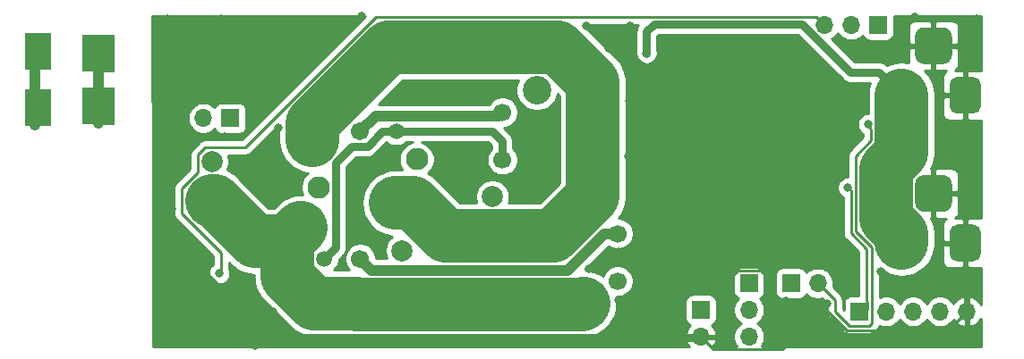
<source format=gbl>
%TF.GenerationSoftware,KiCad,Pcbnew,(5.1.6-0-10_14)*%
%TF.CreationDate,2021-10-08T19:33:03+09:00*%
%TF.ProjectId,peltier+relay,70656c74-6965-4722-9b72-656c61792e6b,rev?*%
%TF.SameCoordinates,Original*%
%TF.FileFunction,Copper,L2,Bot*%
%TF.FilePolarity,Positive*%
%FSLAX46Y46*%
G04 Gerber Fmt 4.6, Leading zero omitted, Abs format (unit mm)*
G04 Created by KiCad (PCBNEW (5.1.6-0-10_14)) date 2021-10-08 19:33:03*
%MOMM*%
%LPD*%
G01*
G04 APERTURE LIST*
%TA.AperFunction,NonConductor*%
%ADD10C,0.100000*%
%TD*%
%TA.AperFunction,ComponentPad*%
%ADD11C,2.000000*%
%TD*%
%TA.AperFunction,ComponentPad*%
%ADD12O,1.700000X1.700000*%
%TD*%
%TA.AperFunction,ComponentPad*%
%ADD13R,1.700000X1.700000*%
%TD*%
%TA.AperFunction,ComponentPad*%
%ADD14R,3.500000X3.500000*%
%TD*%
%TA.AperFunction,ComponentPad*%
%ADD15C,2.700000*%
%TD*%
%TA.AperFunction,ComponentPad*%
%ADD16C,1.700000*%
%TD*%
%TA.AperFunction,ComponentPad*%
%ADD17C,2.108200*%
%TD*%
%TA.AperFunction,ComponentPad*%
%ADD18C,2.006600*%
%TD*%
%TA.AperFunction,ComponentPad*%
%ADD19C,1.701800*%
%TD*%
%TA.AperFunction,ComponentPad*%
%ADD20C,1.498600*%
%TD*%
%TA.AperFunction,ViaPad*%
%ADD21C,0.800000*%
%TD*%
%TA.AperFunction,Conductor*%
%ADD22C,1.000000*%
%TD*%
%TA.AperFunction,Conductor*%
%ADD23C,5.080000*%
%TD*%
%TA.AperFunction,Conductor*%
%ADD24C,0.750000*%
%TD*%
%TA.AperFunction,Conductor*%
%ADD25C,0.250000*%
%TD*%
%TA.AperFunction,Conductor*%
%ADD26C,0.254000*%
%TD*%
G04 APERTURE END LIST*
D10*
G36*
X95500000Y-87810000D02*
G01*
X92470000Y-87780000D01*
X92470000Y-84290000D01*
X95500000Y-84290000D01*
X95500000Y-87810000D01*
G37*
G36*
X95500000Y-92780000D02*
G01*
X92470000Y-92750000D01*
X92470000Y-89260000D01*
X95500000Y-89260000D01*
X95500000Y-92780000D01*
G37*
G36*
X89530000Y-92920000D02*
G01*
X87060000Y-92890000D01*
X87060000Y-89400000D01*
X89530000Y-89400000D01*
X89530000Y-92920000D01*
G37*
G36*
X89530000Y-87590000D02*
G01*
X87060000Y-87560000D01*
X87060000Y-84070000D01*
X89530000Y-84070000D01*
X89530000Y-87590000D01*
G37*
D11*
%TO.P,PEL1,2*%
%TO.N,/PEL_BLK*%
X104750000Y-99770000D03*
%TO.P,PEL1,1*%
%TO.N,Net-(J3-Pad2)*%
X104750000Y-96270000D03*
%TD*%
D12*
%TO.P,J1,2*%
%TO.N,/FB_RES_B*%
X162050000Y-107810000D03*
D13*
%TO.P,J1,1*%
%TO.N,Net-(J1-Pad1)*%
X159510000Y-107810000D03*
%TD*%
D12*
%TO.P,J2,3*%
%TO.N,/POT_RES_A*%
X155560000Y-112890000D03*
%TO.P,J2,2*%
%TO.N,REG_OUT*%
X155560000Y-110350000D03*
D13*
%TO.P,J2,1*%
%TO.N,Net-(J1-Pad1)*%
X155560000Y-107810000D03*
%TD*%
D14*
%TO.P,J6,1*%
%TO.N,12V*%
X170000000Y-104000000D03*
%TO.P,J6,2*%
%TO.N,GND*%
%TA.AperFunction,ComponentPad*%
G36*
G01*
X177500000Y-103000000D02*
X177500000Y-105000000D01*
G75*
G02*
X176750000Y-105750000I-750000J0D01*
G01*
X175250000Y-105750000D01*
G75*
G02*
X174500000Y-105000000I0J750000D01*
G01*
X174500000Y-103000000D01*
G75*
G02*
X175250000Y-102250000I750000J0D01*
G01*
X176750000Y-102250000D01*
G75*
G02*
X177500000Y-103000000I0J-750000D01*
G01*
G37*
%TD.AperFunction*%
%TO.P,J6,3*%
%TA.AperFunction,ComponentPad*%
G36*
G01*
X174750000Y-98425000D02*
X174750000Y-100175000D01*
G75*
G02*
X173875000Y-101050000I-875000J0D01*
G01*
X172125000Y-101050000D01*
G75*
G02*
X171250000Y-100175000I0J875000D01*
G01*
X171250000Y-98425000D01*
G75*
G02*
X172125000Y-97550000I875000J0D01*
G01*
X173875000Y-97550000D01*
G75*
G02*
X174750000Y-98425000I0J-875000D01*
G01*
G37*
%TD.AperFunction*%
%TD*%
%TO.P,J7,3*%
%TO.N,GND*%
%TA.AperFunction,ComponentPad*%
G36*
G01*
X174750000Y-84425000D02*
X174750000Y-86175000D01*
G75*
G02*
X173875000Y-87050000I-875000J0D01*
G01*
X172125000Y-87050000D01*
G75*
G02*
X171250000Y-86175000I0J875000D01*
G01*
X171250000Y-84425000D01*
G75*
G02*
X172125000Y-83550000I875000J0D01*
G01*
X173875000Y-83550000D01*
G75*
G02*
X174750000Y-84425000I0J-875000D01*
G01*
G37*
%TD.AperFunction*%
%TO.P,J7,2*%
%TA.AperFunction,ComponentPad*%
G36*
G01*
X177500000Y-89000000D02*
X177500000Y-91000000D01*
G75*
G02*
X176750000Y-91750000I-750000J0D01*
G01*
X175250000Y-91750000D01*
G75*
G02*
X174500000Y-91000000I0J750000D01*
G01*
X174500000Y-89000000D01*
G75*
G02*
X175250000Y-88250000I750000J0D01*
G01*
X176750000Y-88250000D01*
G75*
G02*
X177500000Y-89000000I0J-750000D01*
G01*
G37*
%TD.AperFunction*%
%TO.P,J7,1*%
%TO.N,12V*%
X170000000Y-90000000D03*
%TD*%
D15*
%TO.P,K1,1*%
%TO.N,/PEL_BLK*%
X139880000Y-109710000D03*
D16*
%TO.P,K1,2*%
%TO.N,12V*%
X143130000Y-107610000D03*
%TO.P,K1,3*%
%TO.N,/PEL1*%
X143130000Y-103110000D03*
D11*
%TO.P,K1,4*%
%TO.N,REG_OUT*%
X140780000Y-99610000D03*
D15*
%TO.P,K1,8*%
%TO.N,/PEL_RED*%
X135480000Y-89510000D03*
D16*
%TO.P,K1,7*%
%TO.N,/PEL3*%
X132230000Y-91610000D03*
%TO.P,K1,6*%
%TO.N,12V*%
X132230000Y-96110000D03*
D11*
%TO.P,K1,5*%
%TO.N,/PEL2*%
X131280000Y-99610000D03*
%TD*%
D17*
%TO.P,K2,10*%
%TO.N,/PEL2*%
X114830000Y-98720000D03*
D18*
%TO.P,K2,9*%
%TO.N,REG_OUT*%
X114230000Y-94220000D03*
D19*
%TO.P,K2,8*%
%TO.N,/PEL3*%
X118780000Y-93420000D03*
D20*
%TO.P,K2,7*%
%TO.N,12V*%
X122180000Y-93420000D03*
D17*
%TO.P,K2,6*%
%TO.N,/PEL_RED*%
X124130000Y-96070000D03*
%TO.P,K2,5*%
%TO.N,REG_OUT*%
X122130000Y-100220000D03*
D18*
%TO.P,K2,4*%
%TO.N,/PEL2*%
X122730000Y-104720000D03*
D19*
%TO.P,K2,3*%
%TO.N,/PEL1*%
X118780000Y-105520000D03*
D20*
%TO.P,K2,2*%
%TO.N,12V*%
X115380000Y-105520000D03*
D17*
%TO.P,K2,1*%
%TO.N,/PEL_BLK*%
X113430000Y-102870000D03*
%TD*%
D12*
%TO.P,J4,2*%
%TO.N,GND*%
X151000000Y-112890000D03*
D13*
%TO.P,J4,1*%
%TO.N,REG_OUT*%
X151000000Y-110350000D03*
%TD*%
D12*
%TO.P,J8,3*%
%TO.N,PEL_PWM*%
X162690010Y-83330008D03*
%TO.P,J8,2*%
%TO.N,PEL_SWB*%
X165230010Y-83330008D03*
D13*
%TO.P,J8,1*%
%TO.N,PEL_SWA*%
X167770010Y-83330008D03*
%TD*%
%TO.P,J9,1*%
%TO.N,/con1*%
X88000000Y-91000000D03*
%TD*%
%TO.P,J10,1*%
%TO.N,/con2*%
X94000000Y-86000000D03*
%TD*%
%TO.P,J11,1*%
%TO.N,/con1*%
X88000000Y-86000000D03*
%TD*%
%TO.P,J12,1*%
%TO.N,/con2*%
X94000000Y-91000000D03*
%TD*%
D12*
%TO.P,J5,5*%
%TO.N,GND*%
X176160000Y-110500000D03*
%TO.P,J5,4*%
%TO.N,I2C_SDA*%
X173620000Y-110500000D03*
%TO.P,J5,3*%
%TO.N,I2C_SCL*%
X171080000Y-110500000D03*
%TO.P,J5,2*%
%TO.N,3V3*%
X168540000Y-110500000D03*
D13*
%TO.P,J5,1*%
%TO.N,5V*%
X166000000Y-110500000D03*
%TD*%
D12*
%TO.P,J3,2*%
%TO.N,Net-(J3-Pad2)*%
X103940000Y-92160000D03*
D13*
%TO.P,J3,1*%
%TO.N,/PEL_RED*%
X106480000Y-92160000D03*
%TD*%
D21*
%TO.N,12V*%
X145860000Y-86010000D03*
%TO.N,/FB_RES_B*%
X166849786Y-92743581D03*
%TO.N,GND*%
X162940000Y-109790000D03*
X156330000Y-85280000D03*
X156330000Y-88890000D03*
X102000000Y-102960000D03*
X100560000Y-82780000D03*
X100320000Y-89240000D03*
X105600000Y-82780000D03*
X104380000Y-89450000D03*
X103020000Y-85450000D03*
X106600000Y-87090000D03*
X109790000Y-82830000D03*
X112080000Y-84800000D03*
X118890000Y-82520000D03*
X116290000Y-84600000D03*
X111030000Y-93030000D03*
X110980000Y-95700000D03*
X108100000Y-97470000D03*
X107160000Y-96010000D03*
X109120000Y-95290000D03*
X105930000Y-93930000D03*
X99850000Y-98750000D03*
X101000000Y-100790000D03*
X99700000Y-103110000D03*
X100720000Y-106740000D03*
X99730000Y-113490000D03*
X99840000Y-110160000D03*
X104200000Y-113500000D03*
X102790000Y-110840000D03*
X104870000Y-108190000D03*
X106860000Y-106770000D03*
X110540000Y-110500000D03*
X106740000Y-110780000D03*
X108860000Y-113750000D03*
X114140000Y-113350000D03*
X119600000Y-113240000D03*
X126430000Y-113440000D03*
X133750000Y-113310000D03*
X140290000Y-113430000D03*
X143220000Y-109430000D03*
X147050000Y-113480000D03*
X144570000Y-111620000D03*
X147250000Y-111090000D03*
X153520000Y-112660000D03*
X145500000Y-107350000D03*
X140410000Y-106440000D03*
X143250000Y-104880000D03*
X145500000Y-102800000D03*
X135470000Y-95960000D03*
X137250000Y-97520000D03*
X130760000Y-94770000D03*
X127200000Y-98610000D03*
X121050000Y-95590000D03*
X118520000Y-97210000D03*
X117820000Y-103820000D03*
X119650000Y-102980000D03*
X118600000Y-100710000D03*
X140150000Y-83400000D03*
X142300000Y-85570000D03*
X144330000Y-83380000D03*
X144210000Y-90500000D03*
X144110000Y-95780000D03*
X149710000Y-90620000D03*
X149580000Y-96860000D03*
X146820000Y-93190000D03*
X154410000Y-98570000D03*
X157940000Y-98570000D03*
X166470000Y-89780000D03*
X166120000Y-91650000D03*
X158970000Y-89980000D03*
X157980000Y-91270000D03*
X158440000Y-92410000D03*
X171250000Y-82610000D03*
X177040000Y-82730000D03*
X176270000Y-86610000D03*
X173370000Y-88090000D03*
X168020000Y-85420000D03*
X173770000Y-92620000D03*
X177190000Y-95070000D03*
X175890000Y-98400000D03*
X177200000Y-101220000D03*
X173640000Y-102300000D03*
X168000000Y-106730000D03*
X171000000Y-108130000D03*
X172920000Y-106140000D03*
X174980000Y-109190000D03*
X177060000Y-107420000D03*
X176300000Y-112870000D03*
X171380000Y-113310000D03*
X167370000Y-113370000D03*
X160530000Y-110620000D03*
X159000000Y-109470000D03*
X157230000Y-109510000D03*
X157440000Y-113610000D03*
X157070000Y-111870000D03*
%TO.N,5V*%
X164910000Y-98744997D03*
%TO.N,PEL_PWM*%
X105430000Y-106890000D03*
%TD*%
D22*
%TO.N,/PEL1*%
X141862066Y-103110000D02*
X143130000Y-103110000D01*
X119850011Y-106590011D02*
X138382055Y-106590011D01*
X138382055Y-106590011D02*
X141862066Y-103110000D01*
X118780000Y-105520000D02*
X119850011Y-106590011D01*
D23*
%TO.N,12V*%
X170000000Y-95437602D02*
X168509990Y-96927612D01*
X170000000Y-90000000D02*
X170000000Y-95437602D01*
X168509990Y-101672388D02*
X168509990Y-96927612D01*
X170000000Y-103162398D02*
X168509990Y-101672388D01*
X170000000Y-104000000D02*
X170000000Y-103162398D01*
D24*
X122180000Y-93420000D02*
X131280000Y-93420000D01*
X132230000Y-94370000D02*
X132230000Y-96110000D01*
X131280000Y-93420000D02*
X132230000Y-94370000D01*
X120890334Y-93420000D02*
X122180000Y-93420000D01*
X119464433Y-94845901D02*
X120890334Y-93420000D01*
X118009388Y-94845901D02*
X119464433Y-94845901D01*
X116459101Y-96396188D02*
X118009388Y-94845901D01*
X116459101Y-104440899D02*
X116459101Y-96396188D01*
X115380000Y-105520000D02*
X116459101Y-104440899D01*
D22*
%TO.N,/PEL3*%
X131869301Y-91970699D02*
X132230000Y-91610000D01*
X120229301Y-91970699D02*
X131869301Y-91970699D01*
X118780000Y-93420000D02*
X120229301Y-91970699D01*
D24*
%TO.N,12V*%
X145860000Y-83954999D02*
X145860000Y-86010000D01*
X167835000Y-87835000D02*
X165166752Y-87835000D01*
X160586752Y-83254999D02*
X146560000Y-83254999D01*
X165166752Y-87835000D02*
X160586752Y-83254999D01*
X146560000Y-83254999D02*
X145860000Y-83954999D01*
X170000000Y-90000000D02*
X167835000Y-87835000D01*
D23*
%TO.N,/PEL_BLK*%
X111890699Y-103845135D02*
X113147917Y-102587917D01*
X114405834Y-109710000D02*
X111890699Y-107194865D01*
X111890699Y-107194865D02*
X111890699Y-103845135D01*
X104990001Y-100010001D02*
X104750000Y-100010001D01*
X108825135Y-103845135D02*
X104990001Y-100010001D01*
X111890699Y-103845135D02*
X108825135Y-103845135D01*
X118387934Y-109710000D02*
X118507955Y-109830021D01*
X114405834Y-109710000D02*
X118387934Y-109710000D01*
X139759979Y-109830021D02*
X139880000Y-109710000D01*
X118507955Y-109830021D02*
X139759979Y-109830021D01*
%TO.N,REG_OUT*%
X123770086Y-100220000D02*
X122130000Y-100220000D01*
X126900087Y-103350001D02*
X123770086Y-100220000D01*
X137039999Y-103350001D02*
X126900087Y-103350001D01*
X140780000Y-99610000D02*
X137039999Y-103350001D01*
X140780000Y-88756798D02*
X140780000Y-99610000D01*
X137443201Y-85419999D02*
X140780000Y-88756798D01*
X114230000Y-92655466D02*
X121465467Y-85419999D01*
X121465467Y-85419999D02*
X137443201Y-85419999D01*
X114230000Y-94220000D02*
X114230000Y-92655466D01*
D25*
%TO.N,/FB_RES_B*%
X163665001Y-109425001D02*
X162050000Y-107810000D01*
X163665001Y-110535001D02*
X163665001Y-109425001D01*
X165010000Y-111880000D02*
X163665001Y-110535001D01*
X165644980Y-95740887D02*
X165644980Y-102894980D01*
X166905002Y-111880000D02*
X165010000Y-111880000D01*
X167134990Y-109349988D02*
X167175001Y-109389999D01*
X167134990Y-104384990D02*
X167134990Y-109349988D01*
X165644980Y-102894980D02*
X167134990Y-104384990D01*
X167120000Y-94265867D02*
X165644980Y-95740887D01*
X167120000Y-93230000D02*
X167120000Y-94265867D01*
X167010000Y-93120000D02*
X167120000Y-93230000D01*
X167175001Y-111610001D02*
X166905002Y-111880000D01*
X167175001Y-109389999D02*
X167175001Y-111610001D01*
X167010000Y-93020000D02*
X167010000Y-93120000D01*
%TO.N,GND*%
X176000000Y-110340000D02*
X176160000Y-110500000D01*
X176000000Y-104000000D02*
X176000000Y-110340000D01*
X174984999Y-111675001D02*
X176160000Y-110500000D01*
X174329990Y-112330010D02*
X174984999Y-111675001D01*
X162940000Y-110446410D02*
X164823600Y-112330010D01*
X164823600Y-112330010D02*
X174329990Y-112330010D01*
X162940000Y-109790000D02*
X162940000Y-110446410D01*
X158664999Y-114065001D02*
X162940000Y-109790000D01*
D22*
X156330000Y-85280000D02*
X156330000Y-88890000D01*
D25*
X152175001Y-114065001D02*
X151000000Y-112890000D01*
X158664999Y-114065001D02*
X152175001Y-114065001D01*
D24*
X102000000Y-104903002D02*
X102000000Y-102960000D01*
X110042029Y-112945031D02*
X102000000Y-104903002D01*
X150944969Y-112945031D02*
X110042029Y-112945031D01*
X151000000Y-112890000D02*
X150944969Y-112945031D01*
D25*
X156670001Y-106634999D02*
X154449999Y-106634999D01*
X153520000Y-107564998D02*
X153520000Y-112660000D01*
X157230000Y-107194998D02*
X156670001Y-106634999D01*
X154449999Y-106634999D02*
X153520000Y-107564998D01*
X157230000Y-109510000D02*
X157230000Y-107194998D01*
X153290000Y-112890000D02*
X153520000Y-112660000D01*
X151000000Y-112890000D02*
X153290000Y-112890000D01*
%TO.N,5V*%
X166570000Y-110500000D02*
X166724991Y-110345009D01*
X166000000Y-110500000D02*
X166570000Y-110500000D01*
X166680000Y-109531408D02*
X166680000Y-104566410D01*
X166724991Y-109576399D02*
X166680000Y-109531408D01*
X166724991Y-110345009D02*
X166724991Y-109576399D01*
X166680000Y-104566410D02*
X165194970Y-103081380D01*
X165194970Y-103081380D02*
X165194970Y-99190000D01*
X165194970Y-99029967D02*
X164910000Y-98744997D01*
X165194970Y-99190000D02*
X165194970Y-99029967D01*
%TO.N,PEL_PWM*%
X105610000Y-104921736D02*
X105610000Y-106710000D01*
X103424999Y-95633999D02*
X103424999Y-97283267D01*
X104113999Y-94944999D02*
X103424999Y-95633999D01*
X105610000Y-106710000D02*
X105430000Y-106890000D01*
X107888732Y-94944999D02*
X104113999Y-94944999D01*
X101884990Y-101196726D02*
X105610000Y-104921736D01*
X120278742Y-82554989D02*
X107888732Y-94944999D01*
X101884990Y-98823276D02*
X101884990Y-101196726D01*
X103424999Y-97283267D02*
X101884990Y-98823276D01*
X161914991Y-82554989D02*
X120278742Y-82554989D01*
X162690010Y-83330008D02*
X161914991Y-82554989D01*
D22*
%TO.N,/con1*%
X88000000Y-85790000D02*
X88000000Y-92790000D01*
%TO.N,/con2*%
X94000000Y-85890000D02*
X94000000Y-92690000D01*
%TD*%
D26*
%TO.N,GND*%
G36*
X107573931Y-94184999D02*
G01*
X104151321Y-94184999D01*
X104113998Y-94181323D01*
X104076675Y-94184999D01*
X104076666Y-94184999D01*
X103965013Y-94195996D01*
X103821752Y-94239453D01*
X103689722Y-94310025D01*
X103620048Y-94367206D01*
X103573998Y-94404998D01*
X103550200Y-94433997D01*
X102914001Y-95070196D01*
X102884998Y-95093998D01*
X102834819Y-95155142D01*
X102790025Y-95209723D01*
X102757854Y-95269911D01*
X102719453Y-95341753D01*
X102675996Y-95485014D01*
X102664999Y-95596667D01*
X102664999Y-95596677D01*
X102661323Y-95633999D01*
X102664999Y-95671322D01*
X102665000Y-96968464D01*
X101373993Y-98259472D01*
X101344989Y-98283275D01*
X101313962Y-98321082D01*
X101250016Y-98399000D01*
X101179513Y-98530900D01*
X101179444Y-98531030D01*
X101135987Y-98674291D01*
X101124990Y-98785944D01*
X101124990Y-98785954D01*
X101121314Y-98823276D01*
X101124990Y-98860599D01*
X101124991Y-101159394D01*
X101121314Y-101196726D01*
X101124991Y-101234059D01*
X101130913Y-101294180D01*
X101135988Y-101345711D01*
X101179444Y-101488972D01*
X101250016Y-101621002D01*
X101305060Y-101688072D01*
X101344990Y-101736727D01*
X101373988Y-101760525D01*
X104850000Y-105236538D01*
X104850001Y-106032759D01*
X104770226Y-106086063D01*
X104626063Y-106230226D01*
X104512795Y-106399744D01*
X104434774Y-106588102D01*
X104395000Y-106788061D01*
X104395000Y-106991939D01*
X104434774Y-107191898D01*
X104512795Y-107380256D01*
X104626063Y-107549774D01*
X104770226Y-107693937D01*
X104939744Y-107807205D01*
X105128102Y-107885226D01*
X105328061Y-107925000D01*
X105531939Y-107925000D01*
X105731898Y-107885226D01*
X105920256Y-107807205D01*
X106089774Y-107693937D01*
X106233937Y-107549774D01*
X106347205Y-107380256D01*
X106425226Y-107191898D01*
X106465000Y-106991939D01*
X106465000Y-106788061D01*
X106425226Y-106588102D01*
X106370000Y-106454776D01*
X106370000Y-105880128D01*
X106469778Y-105979906D01*
X106569208Y-106101062D01*
X106933154Y-106399744D01*
X107052665Y-106497824D01*
X107604236Y-106792645D01*
X108202726Y-106974195D01*
X108715699Y-107024718D01*
X108715699Y-107038895D01*
X108700337Y-107194865D01*
X108715699Y-107350835D01*
X108715699Y-107350837D01*
X108761639Y-107817273D01*
X108943189Y-108415763D01*
X109238010Y-108967334D01*
X109634772Y-109450792D01*
X109755933Y-109550226D01*
X112050477Y-111844771D01*
X112149907Y-111965927D01*
X112633364Y-112362689D01*
X113184935Y-112657510D01*
X113783425Y-112839060D01*
X114249861Y-112885000D01*
X114249863Y-112885000D01*
X114405833Y-112900362D01*
X114561803Y-112885000D01*
X117641334Y-112885000D01*
X117885546Y-112959081D01*
X118351982Y-113005021D01*
X118351984Y-113005021D01*
X118507954Y-113020383D01*
X118663924Y-113005021D01*
X139604009Y-113005021D01*
X139759979Y-113020383D01*
X139915949Y-113005021D01*
X139915952Y-113005021D01*
X140382388Y-112959081D01*
X140980878Y-112777531D01*
X141532449Y-112482710D01*
X142015906Y-112085948D01*
X142115340Y-111964787D01*
X142235353Y-111844774D01*
X142532688Y-111482470D01*
X142827510Y-110930898D01*
X143009059Y-110332409D01*
X143070362Y-109710001D01*
X143049679Y-109500000D01*
X149511928Y-109500000D01*
X149511928Y-111200000D01*
X149524188Y-111324482D01*
X149560498Y-111444180D01*
X149619463Y-111554494D01*
X149698815Y-111651185D01*
X149795506Y-111730537D01*
X149905820Y-111789502D01*
X149986466Y-111813966D01*
X149902412Y-111889731D01*
X149728359Y-112123080D01*
X149603175Y-112385901D01*
X149558524Y-112533110D01*
X149679845Y-112763000D01*
X150873000Y-112763000D01*
X150873000Y-112743000D01*
X151127000Y-112743000D01*
X151127000Y-112763000D01*
X152320155Y-112763000D01*
X152441476Y-112533110D01*
X152396825Y-112385901D01*
X152271641Y-112123080D01*
X152097588Y-111889731D01*
X152013534Y-111813966D01*
X152094180Y-111789502D01*
X152204494Y-111730537D01*
X152301185Y-111651185D01*
X152380537Y-111554494D01*
X152439502Y-111444180D01*
X152475812Y-111324482D01*
X152488072Y-111200000D01*
X152488072Y-109500000D01*
X152475812Y-109375518D01*
X152439502Y-109255820D01*
X152380537Y-109145506D01*
X152301185Y-109048815D01*
X152204494Y-108969463D01*
X152094180Y-108910498D01*
X151974482Y-108874188D01*
X151850000Y-108861928D01*
X150150000Y-108861928D01*
X150025518Y-108874188D01*
X149905820Y-108910498D01*
X149795506Y-108969463D01*
X149698815Y-109048815D01*
X149619463Y-109145506D01*
X149560498Y-109255820D01*
X149524188Y-109375518D01*
X149511928Y-109500000D01*
X143049679Y-109500000D01*
X143009789Y-109095000D01*
X143276260Y-109095000D01*
X143563158Y-109037932D01*
X143833411Y-108925990D01*
X144076632Y-108763475D01*
X144283475Y-108556632D01*
X144445990Y-108313411D01*
X144557932Y-108043158D01*
X144615000Y-107756260D01*
X144615000Y-107463740D01*
X144557932Y-107176842D01*
X144445990Y-106906589D01*
X144283475Y-106663368D01*
X144076632Y-106456525D01*
X143833411Y-106294010D01*
X143563158Y-106182068D01*
X143276260Y-106125000D01*
X142983740Y-106125000D01*
X142696842Y-106182068D01*
X142426589Y-106294010D01*
X142183368Y-106456525D01*
X141976525Y-106663368D01*
X141814010Y-106906589D01*
X141726435Y-107118014D01*
X141652469Y-107057312D01*
X141100898Y-106762490D01*
X140502408Y-106580941D01*
X140041639Y-106535558D01*
X142261510Y-104315688D01*
X142426589Y-104425990D01*
X142696842Y-104537932D01*
X142983740Y-104595000D01*
X143276260Y-104595000D01*
X143563158Y-104537932D01*
X143833411Y-104425990D01*
X144076632Y-104263475D01*
X144283475Y-104056632D01*
X144445990Y-103813411D01*
X144557932Y-103543158D01*
X144615000Y-103256260D01*
X144615000Y-102963740D01*
X144557932Y-102676842D01*
X144445990Y-102406589D01*
X144283475Y-102163368D01*
X144076632Y-101956525D01*
X143833411Y-101794010D01*
X143563158Y-101682068D01*
X143276260Y-101625000D01*
X143233650Y-101625000D01*
X143314692Y-101526250D01*
X143432689Y-101382471D01*
X143727510Y-100830899D01*
X143732197Y-100815447D01*
X143909060Y-100232409D01*
X143955000Y-99765973D01*
X143955000Y-99765971D01*
X143970362Y-99610001D01*
X143955000Y-99454031D01*
X143955000Y-88912767D01*
X143970362Y-88756797D01*
X143932020Y-88367509D01*
X143909060Y-88134389D01*
X143727510Y-87535899D01*
X143432689Y-86984328D01*
X143035927Y-86500871D01*
X142914772Y-86401442D01*
X139828318Y-83314989D01*
X145078664Y-83314989D01*
X145016153Y-83391159D01*
X144922369Y-83566619D01*
X144922368Y-83566620D01*
X144864615Y-83757005D01*
X144845114Y-83954999D01*
X144850000Y-84004607D01*
X144850001Y-85782372D01*
X144825000Y-85908061D01*
X144825000Y-86111939D01*
X144864774Y-86311898D01*
X144942795Y-86500256D01*
X145056063Y-86669774D01*
X145200226Y-86813937D01*
X145369744Y-86927205D01*
X145558102Y-87005226D01*
X145758061Y-87045000D01*
X145961939Y-87045000D01*
X146161898Y-87005226D01*
X146350256Y-86927205D01*
X146519774Y-86813937D01*
X146663937Y-86669774D01*
X146777205Y-86500256D01*
X146855226Y-86311898D01*
X146895000Y-86111939D01*
X146895000Y-85908061D01*
X146870000Y-85782377D01*
X146870000Y-84373354D01*
X146978356Y-84264999D01*
X160168397Y-84264999D01*
X164417495Y-88514099D01*
X164449119Y-88552633D01*
X164602912Y-88678847D01*
X164748747Y-88756797D01*
X164778372Y-88772632D01*
X164968757Y-88830385D01*
X165166752Y-88849886D01*
X165216360Y-88845000D01*
X167032500Y-88845000D01*
X166870940Y-89377592D01*
X166825000Y-89844028D01*
X166825000Y-91708581D01*
X166747847Y-91708581D01*
X166547888Y-91748355D01*
X166359530Y-91826376D01*
X166190012Y-91939644D01*
X166045849Y-92083807D01*
X165932581Y-92253325D01*
X165854560Y-92441683D01*
X165814786Y-92641642D01*
X165814786Y-92845520D01*
X165854560Y-93045479D01*
X165932581Y-93233837D01*
X166045849Y-93403355D01*
X166190012Y-93547518D01*
X166359530Y-93660786D01*
X166360000Y-93660981D01*
X166360001Y-93951064D01*
X165133983Y-95177083D01*
X165104979Y-95200886D01*
X165052892Y-95264355D01*
X165010006Y-95316611D01*
X164960227Y-95409741D01*
X164939434Y-95448641D01*
X164895977Y-95591902D01*
X164884980Y-95703555D01*
X164884980Y-95703565D01*
X164881304Y-95740887D01*
X164884980Y-95778210D01*
X164884980Y-97709997D01*
X164808061Y-97709997D01*
X164608102Y-97749771D01*
X164419744Y-97827792D01*
X164250226Y-97941060D01*
X164106063Y-98085223D01*
X163992795Y-98254741D01*
X163914774Y-98443099D01*
X163875000Y-98643058D01*
X163875000Y-98846936D01*
X163914774Y-99046895D01*
X163992795Y-99235253D01*
X164106063Y-99404771D01*
X164250226Y-99548934D01*
X164419744Y-99662202D01*
X164434971Y-99668509D01*
X164434970Y-103044057D01*
X164431294Y-103081380D01*
X164434970Y-103118702D01*
X164434970Y-103118712D01*
X164445967Y-103230365D01*
X164481972Y-103349060D01*
X164489424Y-103373626D01*
X164559996Y-103505656D01*
X164593473Y-103546447D01*
X164654969Y-103621381D01*
X164683973Y-103645184D01*
X165920001Y-104881213D01*
X165920000Y-109011928D01*
X165150000Y-109011928D01*
X165025518Y-109024188D01*
X164905820Y-109060498D01*
X164795506Y-109119463D01*
X164698815Y-109198815D01*
X164619463Y-109295506D01*
X164560498Y-109405820D01*
X164524188Y-109525518D01*
X164511928Y-109650000D01*
X164511928Y-110307127D01*
X164425001Y-110220200D01*
X164425001Y-109462323D01*
X164428677Y-109425000D01*
X164425001Y-109387677D01*
X164425001Y-109387668D01*
X164414004Y-109276015D01*
X164370547Y-109132754D01*
X164299975Y-109000725D01*
X164205002Y-108885000D01*
X164176004Y-108861202D01*
X163491210Y-108176408D01*
X163535000Y-107956260D01*
X163535000Y-107663740D01*
X163477932Y-107376842D01*
X163365990Y-107106589D01*
X163203475Y-106863368D01*
X162996632Y-106656525D01*
X162753411Y-106494010D01*
X162483158Y-106382068D01*
X162196260Y-106325000D01*
X161903740Y-106325000D01*
X161616842Y-106382068D01*
X161346589Y-106494010D01*
X161103368Y-106656525D01*
X160971513Y-106788380D01*
X160949502Y-106715820D01*
X160890537Y-106605506D01*
X160811185Y-106508815D01*
X160714494Y-106429463D01*
X160604180Y-106370498D01*
X160484482Y-106334188D01*
X160360000Y-106321928D01*
X158660000Y-106321928D01*
X158535518Y-106334188D01*
X158415820Y-106370498D01*
X158305506Y-106429463D01*
X158208815Y-106508815D01*
X158129463Y-106605506D01*
X158070498Y-106715820D01*
X158034188Y-106835518D01*
X158021928Y-106960000D01*
X158021928Y-108660000D01*
X158034188Y-108784482D01*
X158070498Y-108904180D01*
X158129463Y-109014494D01*
X158208815Y-109111185D01*
X158305506Y-109190537D01*
X158415820Y-109249502D01*
X158535518Y-109285812D01*
X158660000Y-109298072D01*
X160360000Y-109298072D01*
X160484482Y-109285812D01*
X160604180Y-109249502D01*
X160714494Y-109190537D01*
X160811185Y-109111185D01*
X160890537Y-109014494D01*
X160949502Y-108904180D01*
X160971513Y-108831620D01*
X161103368Y-108963475D01*
X161346589Y-109125990D01*
X161616842Y-109237932D01*
X161903740Y-109295000D01*
X162196260Y-109295000D01*
X162416408Y-109251210D01*
X162905002Y-109739804D01*
X162905001Y-110497678D01*
X162901325Y-110535001D01*
X162905001Y-110572323D01*
X162905001Y-110572333D01*
X162915998Y-110683986D01*
X162941873Y-110769285D01*
X162959455Y-110827247D01*
X163030027Y-110959277D01*
X163069872Y-111007827D01*
X163125000Y-111075002D01*
X163154004Y-111098805D01*
X164446201Y-112391003D01*
X164469999Y-112420001D01*
X164585724Y-112514974D01*
X164717753Y-112585546D01*
X164861014Y-112629003D01*
X164972667Y-112640000D01*
X164972677Y-112640000D01*
X165010000Y-112643676D01*
X165047323Y-112640000D01*
X166867680Y-112640000D01*
X166905002Y-112643676D01*
X166942324Y-112640000D01*
X166942335Y-112640000D01*
X167053988Y-112629003D01*
X167197249Y-112585546D01*
X167329278Y-112514974D01*
X167445003Y-112420001D01*
X167468806Y-112390997D01*
X167685998Y-112173805D01*
X167715002Y-112150002D01*
X167809975Y-112034277D01*
X167880547Y-111902248D01*
X167898885Y-111841794D01*
X168106842Y-111927932D01*
X168393740Y-111985000D01*
X168686260Y-111985000D01*
X168973158Y-111927932D01*
X169243411Y-111815990D01*
X169486632Y-111653475D01*
X169693475Y-111446632D01*
X169810000Y-111272240D01*
X169926525Y-111446632D01*
X170133368Y-111653475D01*
X170376589Y-111815990D01*
X170646842Y-111927932D01*
X170933740Y-111985000D01*
X171226260Y-111985000D01*
X171513158Y-111927932D01*
X171783411Y-111815990D01*
X172026632Y-111653475D01*
X172233475Y-111446632D01*
X172350000Y-111272240D01*
X172466525Y-111446632D01*
X172673368Y-111653475D01*
X172916589Y-111815990D01*
X173186842Y-111927932D01*
X173473740Y-111985000D01*
X173766260Y-111985000D01*
X174053158Y-111927932D01*
X174323411Y-111815990D01*
X174566632Y-111653475D01*
X174773475Y-111446632D01*
X174895195Y-111264466D01*
X174964822Y-111381355D01*
X175159731Y-111597588D01*
X175393080Y-111771641D01*
X175655901Y-111896825D01*
X175803110Y-111941476D01*
X176033000Y-111820155D01*
X176033000Y-110627000D01*
X176013000Y-110627000D01*
X176013000Y-110373000D01*
X176033000Y-110373000D01*
X176033000Y-109179845D01*
X175803110Y-109058524D01*
X175655901Y-109103175D01*
X175393080Y-109228359D01*
X175159731Y-109402412D01*
X174964822Y-109618645D01*
X174895195Y-109735534D01*
X174773475Y-109553368D01*
X174566632Y-109346525D01*
X174323411Y-109184010D01*
X174053158Y-109072068D01*
X173766260Y-109015000D01*
X173473740Y-109015000D01*
X173186842Y-109072068D01*
X172916589Y-109184010D01*
X172673368Y-109346525D01*
X172466525Y-109553368D01*
X172350000Y-109727760D01*
X172233475Y-109553368D01*
X172026632Y-109346525D01*
X171783411Y-109184010D01*
X171513158Y-109072068D01*
X171226260Y-109015000D01*
X170933740Y-109015000D01*
X170646842Y-109072068D01*
X170376589Y-109184010D01*
X170133368Y-109346525D01*
X169926525Y-109553368D01*
X169810000Y-109727760D01*
X169693475Y-109553368D01*
X169486632Y-109346525D01*
X169243411Y-109184010D01*
X168973158Y-109072068D01*
X168686260Y-109015000D01*
X168393740Y-109015000D01*
X168106842Y-109072068D01*
X167898885Y-109158206D01*
X167894990Y-109145365D01*
X167894990Y-106379781D01*
X168227530Y-106652689D01*
X168779101Y-106947510D01*
X169377591Y-107129060D01*
X170000000Y-107190362D01*
X170622408Y-107129060D01*
X171220898Y-106947510D01*
X171772469Y-106652689D01*
X172255927Y-106255927D01*
X172652689Y-105772470D01*
X172664699Y-105750000D01*
X173861928Y-105750000D01*
X173874188Y-105874482D01*
X173910498Y-105994180D01*
X173969463Y-106104494D01*
X174048815Y-106201185D01*
X174145506Y-106280537D01*
X174255820Y-106339502D01*
X174375518Y-106375812D01*
X174500000Y-106388072D01*
X175714250Y-106385000D01*
X175873000Y-106226250D01*
X175873000Y-104127000D01*
X174023750Y-104127000D01*
X173865000Y-104285750D01*
X173861928Y-105750000D01*
X172664699Y-105750000D01*
X172947510Y-105220899D01*
X173129060Y-104622409D01*
X173175000Y-104155973D01*
X173175000Y-103318367D01*
X173190362Y-103162397D01*
X173170182Y-102957511D01*
X173129060Y-102539990D01*
X173009173Y-102144775D01*
X172947510Y-101941499D01*
X172776913Y-101622337D01*
X172873000Y-101526250D01*
X172873000Y-99427000D01*
X173127000Y-99427000D01*
X173127000Y-101526250D01*
X173285750Y-101685000D01*
X174206367Y-101686931D01*
X174145506Y-101719463D01*
X174048815Y-101798815D01*
X173969463Y-101895506D01*
X173910498Y-102005820D01*
X173874188Y-102125518D01*
X173861928Y-102250000D01*
X173865000Y-103714250D01*
X174023750Y-103873000D01*
X175873000Y-103873000D01*
X175873000Y-101773750D01*
X175714250Y-101615000D01*
X175043195Y-101613302D01*
X175104494Y-101580537D01*
X175201185Y-101501185D01*
X175280537Y-101404494D01*
X175339502Y-101294180D01*
X175375812Y-101174482D01*
X175388072Y-101050000D01*
X175385000Y-99585750D01*
X175226250Y-99427000D01*
X173127000Y-99427000D01*
X172873000Y-99427000D01*
X172853000Y-99427000D01*
X172853000Y-99173000D01*
X172873000Y-99173000D01*
X172873000Y-97073750D01*
X173127000Y-97073750D01*
X173127000Y-99173000D01*
X175226250Y-99173000D01*
X175385000Y-99014250D01*
X175388072Y-97550000D01*
X175375812Y-97425518D01*
X175339502Y-97305820D01*
X175280537Y-97195506D01*
X175201185Y-97098815D01*
X175104494Y-97019463D01*
X174994180Y-96960498D01*
X174874482Y-96924188D01*
X174750000Y-96911928D01*
X173285750Y-96915000D01*
X173127000Y-97073750D01*
X172873000Y-97073750D01*
X172776914Y-96977664D01*
X172947510Y-96658501D01*
X173129060Y-96060011D01*
X173175000Y-95593575D01*
X173175000Y-95593573D01*
X173190362Y-95437603D01*
X173175000Y-95281633D01*
X173175000Y-91750000D01*
X173861928Y-91750000D01*
X173874188Y-91874482D01*
X173910498Y-91994180D01*
X173969463Y-92104494D01*
X174048815Y-92201185D01*
X174145506Y-92280537D01*
X174255820Y-92339502D01*
X174375518Y-92375812D01*
X174500000Y-92388072D01*
X175714250Y-92385000D01*
X175873000Y-92226250D01*
X175873000Y-90127000D01*
X174023750Y-90127000D01*
X173865000Y-90285750D01*
X173861928Y-91750000D01*
X173175000Y-91750000D01*
X173175000Y-89844027D01*
X173129060Y-89377591D01*
X172947510Y-88779101D01*
X172652689Y-88227530D01*
X172255927Y-87744073D01*
X172185298Y-87686110D01*
X172714250Y-87685000D01*
X172873000Y-87526250D01*
X172873000Y-85427000D01*
X173127000Y-85427000D01*
X173127000Y-87526250D01*
X173285750Y-87685000D01*
X174206367Y-87686931D01*
X174145506Y-87719463D01*
X174048815Y-87798815D01*
X173969463Y-87895506D01*
X173910498Y-88005820D01*
X173874188Y-88125518D01*
X173861928Y-88250000D01*
X173865000Y-89714250D01*
X174023750Y-89873000D01*
X175873000Y-89873000D01*
X175873000Y-87773750D01*
X175714250Y-87615000D01*
X175043195Y-87613302D01*
X175104494Y-87580537D01*
X175201185Y-87501185D01*
X175280537Y-87404494D01*
X175339502Y-87294180D01*
X175375812Y-87174482D01*
X175388072Y-87050000D01*
X175385000Y-85585750D01*
X175226250Y-85427000D01*
X173127000Y-85427000D01*
X172873000Y-85427000D01*
X170773750Y-85427000D01*
X170615000Y-85585750D01*
X170612306Y-86869945D01*
X170000000Y-86809638D01*
X169377591Y-86870940D01*
X168779101Y-87052490D01*
X168584736Y-87156381D01*
X168584261Y-87155906D01*
X168552633Y-87117367D01*
X168398840Y-86991153D01*
X168223380Y-86897368D01*
X168032994Y-86839615D01*
X167884608Y-86825000D01*
X167835000Y-86820114D01*
X167785392Y-86825000D01*
X165585108Y-86825000D01*
X163401025Y-84640917D01*
X163636642Y-84483483D01*
X163843485Y-84276640D01*
X163960010Y-84102248D01*
X164076535Y-84276640D01*
X164283378Y-84483483D01*
X164526599Y-84645998D01*
X164796852Y-84757940D01*
X165083750Y-84815008D01*
X165376270Y-84815008D01*
X165663168Y-84757940D01*
X165933421Y-84645998D01*
X166176642Y-84483483D01*
X166308497Y-84351628D01*
X166330508Y-84424188D01*
X166389473Y-84534502D01*
X166468825Y-84631193D01*
X166565516Y-84710545D01*
X166675830Y-84769510D01*
X166795528Y-84805820D01*
X166920010Y-84818080D01*
X168620010Y-84818080D01*
X168744492Y-84805820D01*
X168864190Y-84769510D01*
X168974504Y-84710545D01*
X169071195Y-84631193D01*
X169150547Y-84534502D01*
X169209512Y-84424188D01*
X169245822Y-84304490D01*
X169258082Y-84180008D01*
X169258082Y-83550000D01*
X170611928Y-83550000D01*
X170615000Y-85014250D01*
X170773750Y-85173000D01*
X172873000Y-85173000D01*
X172873000Y-83073750D01*
X173127000Y-83073750D01*
X173127000Y-85173000D01*
X175226250Y-85173000D01*
X175385000Y-85014250D01*
X175388072Y-83550000D01*
X175375812Y-83425518D01*
X175339502Y-83305820D01*
X175280537Y-83195506D01*
X175201185Y-83098815D01*
X175104494Y-83019463D01*
X174994180Y-82960498D01*
X174874482Y-82924188D01*
X174750000Y-82911928D01*
X173285750Y-82915000D01*
X173127000Y-83073750D01*
X172873000Y-83073750D01*
X172714250Y-82915000D01*
X171250000Y-82911928D01*
X171125518Y-82924188D01*
X171005820Y-82960498D01*
X170895506Y-83019463D01*
X170798815Y-83098815D01*
X170719463Y-83195506D01*
X170660498Y-83305820D01*
X170624188Y-83425518D01*
X170611928Y-83550000D01*
X169258082Y-83550000D01*
X169258082Y-82480008D01*
X169257589Y-82475000D01*
X177486000Y-82475000D01*
X177486000Y-87611963D01*
X176285750Y-87615000D01*
X176127000Y-87773750D01*
X176127000Y-89873000D01*
X176147000Y-89873000D01*
X176147000Y-90127000D01*
X176127000Y-90127000D01*
X176127000Y-92226250D01*
X176285750Y-92385000D01*
X177486000Y-92388037D01*
X177486001Y-101611963D01*
X176285750Y-101615000D01*
X176127000Y-101773750D01*
X176127000Y-103873000D01*
X176147000Y-103873000D01*
X176147000Y-104127000D01*
X176127000Y-104127000D01*
X176127000Y-106226250D01*
X176285750Y-106385000D01*
X177486001Y-106388037D01*
X177486001Y-109838268D01*
X177355178Y-109618645D01*
X177160269Y-109402412D01*
X176926920Y-109228359D01*
X176664099Y-109103175D01*
X176516890Y-109058524D01*
X176287000Y-109179845D01*
X176287000Y-110373000D01*
X176307000Y-110373000D01*
X176307000Y-110627000D01*
X176287000Y-110627000D01*
X176287000Y-111820155D01*
X176516890Y-111941476D01*
X176664099Y-111896825D01*
X176926920Y-111771641D01*
X177160269Y-111597588D01*
X177355178Y-111381355D01*
X177486001Y-111161732D01*
X177486001Y-113835000D01*
X156714565Y-113835000D01*
X156875990Y-113593411D01*
X156987932Y-113323158D01*
X157045000Y-113036260D01*
X157045000Y-112743740D01*
X156987932Y-112456842D01*
X156875990Y-112186589D01*
X156713475Y-111943368D01*
X156506632Y-111736525D01*
X156332240Y-111620000D01*
X156506632Y-111503475D01*
X156713475Y-111296632D01*
X156875990Y-111053411D01*
X156987932Y-110783158D01*
X157045000Y-110496260D01*
X157045000Y-110203740D01*
X156987932Y-109916842D01*
X156875990Y-109646589D01*
X156713475Y-109403368D01*
X156581620Y-109271513D01*
X156654180Y-109249502D01*
X156764494Y-109190537D01*
X156861185Y-109111185D01*
X156940537Y-109014494D01*
X156999502Y-108904180D01*
X157035812Y-108784482D01*
X157048072Y-108660000D01*
X157048072Y-106960000D01*
X157035812Y-106835518D01*
X156999502Y-106715820D01*
X156940537Y-106605506D01*
X156861185Y-106508815D01*
X156764494Y-106429463D01*
X156654180Y-106370498D01*
X156534482Y-106334188D01*
X156410000Y-106321928D01*
X154710000Y-106321928D01*
X154585518Y-106334188D01*
X154465820Y-106370498D01*
X154355506Y-106429463D01*
X154258815Y-106508815D01*
X154179463Y-106605506D01*
X154120498Y-106715820D01*
X154084188Y-106835518D01*
X154071928Y-106960000D01*
X154071928Y-108660000D01*
X154084188Y-108784482D01*
X154120498Y-108904180D01*
X154179463Y-109014494D01*
X154258815Y-109111185D01*
X154355506Y-109190537D01*
X154465820Y-109249502D01*
X154538380Y-109271513D01*
X154406525Y-109403368D01*
X154244010Y-109646589D01*
X154132068Y-109916842D01*
X154075000Y-110203740D01*
X154075000Y-110496260D01*
X154132068Y-110783158D01*
X154244010Y-111053411D01*
X154406525Y-111296632D01*
X154613368Y-111503475D01*
X154787760Y-111620000D01*
X154613368Y-111736525D01*
X154406525Y-111943368D01*
X154244010Y-112186589D01*
X154132068Y-112456842D01*
X154075000Y-112743740D01*
X154075000Y-113036260D01*
X154132068Y-113323158D01*
X154244010Y-113593411D01*
X154405435Y-113835000D01*
X152138813Y-113835000D01*
X152271641Y-113656920D01*
X152396825Y-113394099D01*
X152441476Y-113246890D01*
X152320155Y-113017000D01*
X151127000Y-113017000D01*
X151127000Y-113037000D01*
X150873000Y-113037000D01*
X150873000Y-113017000D01*
X149679845Y-113017000D01*
X149558524Y-113246890D01*
X149603175Y-113394099D01*
X149728359Y-113656920D01*
X149861187Y-113835000D01*
X99185000Y-113835000D01*
X99185000Y-92013740D01*
X102455000Y-92013740D01*
X102455000Y-92306260D01*
X102512068Y-92593158D01*
X102624010Y-92863411D01*
X102786525Y-93106632D01*
X102993368Y-93313475D01*
X103236589Y-93475990D01*
X103506842Y-93587932D01*
X103793740Y-93645000D01*
X104086260Y-93645000D01*
X104373158Y-93587932D01*
X104643411Y-93475990D01*
X104886632Y-93313475D01*
X105018487Y-93181620D01*
X105040498Y-93254180D01*
X105099463Y-93364494D01*
X105178815Y-93461185D01*
X105275506Y-93540537D01*
X105385820Y-93599502D01*
X105505518Y-93635812D01*
X105630000Y-93648072D01*
X107330000Y-93648072D01*
X107454482Y-93635812D01*
X107574180Y-93599502D01*
X107684494Y-93540537D01*
X107781185Y-93461185D01*
X107860537Y-93364494D01*
X107919502Y-93254180D01*
X107955812Y-93134482D01*
X107968072Y-93010000D01*
X107968072Y-91310000D01*
X107955812Y-91185518D01*
X107919502Y-91065820D01*
X107860537Y-90955506D01*
X107781185Y-90858815D01*
X107684494Y-90779463D01*
X107574180Y-90720498D01*
X107454482Y-90684188D01*
X107330000Y-90671928D01*
X105630000Y-90671928D01*
X105505518Y-90684188D01*
X105385820Y-90720498D01*
X105275506Y-90779463D01*
X105178815Y-90858815D01*
X105099463Y-90955506D01*
X105040498Y-91065820D01*
X105018487Y-91138380D01*
X104886632Y-91006525D01*
X104643411Y-90844010D01*
X104373158Y-90732068D01*
X104086260Y-90675000D01*
X103793740Y-90675000D01*
X103506842Y-90732068D01*
X103236589Y-90844010D01*
X102993368Y-91006525D01*
X102786525Y-91213368D01*
X102624010Y-91456589D01*
X102512068Y-91726842D01*
X102455000Y-92013740D01*
X99185000Y-92013740D01*
X99185000Y-90966353D01*
X99181633Y-90932169D01*
X99181633Y-90919193D01*
X99180634Y-90909681D01*
X99158879Y-90715732D01*
X99145975Y-90655024D01*
X99133911Y-90594099D01*
X99131083Y-90584962D01*
X99127000Y-90572091D01*
X99127000Y-82475000D01*
X119283929Y-82475000D01*
X107573931Y-94184999D01*
G37*
X107573931Y-94184999D02*
X104151321Y-94184999D01*
X104113998Y-94181323D01*
X104076675Y-94184999D01*
X104076666Y-94184999D01*
X103965013Y-94195996D01*
X103821752Y-94239453D01*
X103689722Y-94310025D01*
X103620048Y-94367206D01*
X103573998Y-94404998D01*
X103550200Y-94433997D01*
X102914001Y-95070196D01*
X102884998Y-95093998D01*
X102834819Y-95155142D01*
X102790025Y-95209723D01*
X102757854Y-95269911D01*
X102719453Y-95341753D01*
X102675996Y-95485014D01*
X102664999Y-95596667D01*
X102664999Y-95596677D01*
X102661323Y-95633999D01*
X102664999Y-95671322D01*
X102665000Y-96968464D01*
X101373993Y-98259472D01*
X101344989Y-98283275D01*
X101313962Y-98321082D01*
X101250016Y-98399000D01*
X101179513Y-98530900D01*
X101179444Y-98531030D01*
X101135987Y-98674291D01*
X101124990Y-98785944D01*
X101124990Y-98785954D01*
X101121314Y-98823276D01*
X101124990Y-98860599D01*
X101124991Y-101159394D01*
X101121314Y-101196726D01*
X101124991Y-101234059D01*
X101130913Y-101294180D01*
X101135988Y-101345711D01*
X101179444Y-101488972D01*
X101250016Y-101621002D01*
X101305060Y-101688072D01*
X101344990Y-101736727D01*
X101373988Y-101760525D01*
X104850000Y-105236538D01*
X104850001Y-106032759D01*
X104770226Y-106086063D01*
X104626063Y-106230226D01*
X104512795Y-106399744D01*
X104434774Y-106588102D01*
X104395000Y-106788061D01*
X104395000Y-106991939D01*
X104434774Y-107191898D01*
X104512795Y-107380256D01*
X104626063Y-107549774D01*
X104770226Y-107693937D01*
X104939744Y-107807205D01*
X105128102Y-107885226D01*
X105328061Y-107925000D01*
X105531939Y-107925000D01*
X105731898Y-107885226D01*
X105920256Y-107807205D01*
X106089774Y-107693937D01*
X106233937Y-107549774D01*
X106347205Y-107380256D01*
X106425226Y-107191898D01*
X106465000Y-106991939D01*
X106465000Y-106788061D01*
X106425226Y-106588102D01*
X106370000Y-106454776D01*
X106370000Y-105880128D01*
X106469778Y-105979906D01*
X106569208Y-106101062D01*
X106933154Y-106399744D01*
X107052665Y-106497824D01*
X107604236Y-106792645D01*
X108202726Y-106974195D01*
X108715699Y-107024718D01*
X108715699Y-107038895D01*
X108700337Y-107194865D01*
X108715699Y-107350835D01*
X108715699Y-107350837D01*
X108761639Y-107817273D01*
X108943189Y-108415763D01*
X109238010Y-108967334D01*
X109634772Y-109450792D01*
X109755933Y-109550226D01*
X112050477Y-111844771D01*
X112149907Y-111965927D01*
X112633364Y-112362689D01*
X113184935Y-112657510D01*
X113783425Y-112839060D01*
X114249861Y-112885000D01*
X114249863Y-112885000D01*
X114405833Y-112900362D01*
X114561803Y-112885000D01*
X117641334Y-112885000D01*
X117885546Y-112959081D01*
X118351982Y-113005021D01*
X118351984Y-113005021D01*
X118507954Y-113020383D01*
X118663924Y-113005021D01*
X139604009Y-113005021D01*
X139759979Y-113020383D01*
X139915949Y-113005021D01*
X139915952Y-113005021D01*
X140382388Y-112959081D01*
X140980878Y-112777531D01*
X141532449Y-112482710D01*
X142015906Y-112085948D01*
X142115340Y-111964787D01*
X142235353Y-111844774D01*
X142532688Y-111482470D01*
X142827510Y-110930898D01*
X143009059Y-110332409D01*
X143070362Y-109710001D01*
X143049679Y-109500000D01*
X149511928Y-109500000D01*
X149511928Y-111200000D01*
X149524188Y-111324482D01*
X149560498Y-111444180D01*
X149619463Y-111554494D01*
X149698815Y-111651185D01*
X149795506Y-111730537D01*
X149905820Y-111789502D01*
X149986466Y-111813966D01*
X149902412Y-111889731D01*
X149728359Y-112123080D01*
X149603175Y-112385901D01*
X149558524Y-112533110D01*
X149679845Y-112763000D01*
X150873000Y-112763000D01*
X150873000Y-112743000D01*
X151127000Y-112743000D01*
X151127000Y-112763000D01*
X152320155Y-112763000D01*
X152441476Y-112533110D01*
X152396825Y-112385901D01*
X152271641Y-112123080D01*
X152097588Y-111889731D01*
X152013534Y-111813966D01*
X152094180Y-111789502D01*
X152204494Y-111730537D01*
X152301185Y-111651185D01*
X152380537Y-111554494D01*
X152439502Y-111444180D01*
X152475812Y-111324482D01*
X152488072Y-111200000D01*
X152488072Y-109500000D01*
X152475812Y-109375518D01*
X152439502Y-109255820D01*
X152380537Y-109145506D01*
X152301185Y-109048815D01*
X152204494Y-108969463D01*
X152094180Y-108910498D01*
X151974482Y-108874188D01*
X151850000Y-108861928D01*
X150150000Y-108861928D01*
X150025518Y-108874188D01*
X149905820Y-108910498D01*
X149795506Y-108969463D01*
X149698815Y-109048815D01*
X149619463Y-109145506D01*
X149560498Y-109255820D01*
X149524188Y-109375518D01*
X149511928Y-109500000D01*
X143049679Y-109500000D01*
X143009789Y-109095000D01*
X143276260Y-109095000D01*
X143563158Y-109037932D01*
X143833411Y-108925990D01*
X144076632Y-108763475D01*
X144283475Y-108556632D01*
X144445990Y-108313411D01*
X144557932Y-108043158D01*
X144615000Y-107756260D01*
X144615000Y-107463740D01*
X144557932Y-107176842D01*
X144445990Y-106906589D01*
X144283475Y-106663368D01*
X144076632Y-106456525D01*
X143833411Y-106294010D01*
X143563158Y-106182068D01*
X143276260Y-106125000D01*
X142983740Y-106125000D01*
X142696842Y-106182068D01*
X142426589Y-106294010D01*
X142183368Y-106456525D01*
X141976525Y-106663368D01*
X141814010Y-106906589D01*
X141726435Y-107118014D01*
X141652469Y-107057312D01*
X141100898Y-106762490D01*
X140502408Y-106580941D01*
X140041639Y-106535558D01*
X142261510Y-104315688D01*
X142426589Y-104425990D01*
X142696842Y-104537932D01*
X142983740Y-104595000D01*
X143276260Y-104595000D01*
X143563158Y-104537932D01*
X143833411Y-104425990D01*
X144076632Y-104263475D01*
X144283475Y-104056632D01*
X144445990Y-103813411D01*
X144557932Y-103543158D01*
X144615000Y-103256260D01*
X144615000Y-102963740D01*
X144557932Y-102676842D01*
X144445990Y-102406589D01*
X144283475Y-102163368D01*
X144076632Y-101956525D01*
X143833411Y-101794010D01*
X143563158Y-101682068D01*
X143276260Y-101625000D01*
X143233650Y-101625000D01*
X143314692Y-101526250D01*
X143432689Y-101382471D01*
X143727510Y-100830899D01*
X143732197Y-100815447D01*
X143909060Y-100232409D01*
X143955000Y-99765973D01*
X143955000Y-99765971D01*
X143970362Y-99610001D01*
X143955000Y-99454031D01*
X143955000Y-88912767D01*
X143970362Y-88756797D01*
X143932020Y-88367509D01*
X143909060Y-88134389D01*
X143727510Y-87535899D01*
X143432689Y-86984328D01*
X143035927Y-86500871D01*
X142914772Y-86401442D01*
X139828318Y-83314989D01*
X145078664Y-83314989D01*
X145016153Y-83391159D01*
X144922369Y-83566619D01*
X144922368Y-83566620D01*
X144864615Y-83757005D01*
X144845114Y-83954999D01*
X144850000Y-84004607D01*
X144850001Y-85782372D01*
X144825000Y-85908061D01*
X144825000Y-86111939D01*
X144864774Y-86311898D01*
X144942795Y-86500256D01*
X145056063Y-86669774D01*
X145200226Y-86813937D01*
X145369744Y-86927205D01*
X145558102Y-87005226D01*
X145758061Y-87045000D01*
X145961939Y-87045000D01*
X146161898Y-87005226D01*
X146350256Y-86927205D01*
X146519774Y-86813937D01*
X146663937Y-86669774D01*
X146777205Y-86500256D01*
X146855226Y-86311898D01*
X146895000Y-86111939D01*
X146895000Y-85908061D01*
X146870000Y-85782377D01*
X146870000Y-84373354D01*
X146978356Y-84264999D01*
X160168397Y-84264999D01*
X164417495Y-88514099D01*
X164449119Y-88552633D01*
X164602912Y-88678847D01*
X164748747Y-88756797D01*
X164778372Y-88772632D01*
X164968757Y-88830385D01*
X165166752Y-88849886D01*
X165216360Y-88845000D01*
X167032500Y-88845000D01*
X166870940Y-89377592D01*
X166825000Y-89844028D01*
X166825000Y-91708581D01*
X166747847Y-91708581D01*
X166547888Y-91748355D01*
X166359530Y-91826376D01*
X166190012Y-91939644D01*
X166045849Y-92083807D01*
X165932581Y-92253325D01*
X165854560Y-92441683D01*
X165814786Y-92641642D01*
X165814786Y-92845520D01*
X165854560Y-93045479D01*
X165932581Y-93233837D01*
X166045849Y-93403355D01*
X166190012Y-93547518D01*
X166359530Y-93660786D01*
X166360000Y-93660981D01*
X166360001Y-93951064D01*
X165133983Y-95177083D01*
X165104979Y-95200886D01*
X165052892Y-95264355D01*
X165010006Y-95316611D01*
X164960227Y-95409741D01*
X164939434Y-95448641D01*
X164895977Y-95591902D01*
X164884980Y-95703555D01*
X164884980Y-95703565D01*
X164881304Y-95740887D01*
X164884980Y-95778210D01*
X164884980Y-97709997D01*
X164808061Y-97709997D01*
X164608102Y-97749771D01*
X164419744Y-97827792D01*
X164250226Y-97941060D01*
X164106063Y-98085223D01*
X163992795Y-98254741D01*
X163914774Y-98443099D01*
X163875000Y-98643058D01*
X163875000Y-98846936D01*
X163914774Y-99046895D01*
X163992795Y-99235253D01*
X164106063Y-99404771D01*
X164250226Y-99548934D01*
X164419744Y-99662202D01*
X164434971Y-99668509D01*
X164434970Y-103044057D01*
X164431294Y-103081380D01*
X164434970Y-103118702D01*
X164434970Y-103118712D01*
X164445967Y-103230365D01*
X164481972Y-103349060D01*
X164489424Y-103373626D01*
X164559996Y-103505656D01*
X164593473Y-103546447D01*
X164654969Y-103621381D01*
X164683973Y-103645184D01*
X165920001Y-104881213D01*
X165920000Y-109011928D01*
X165150000Y-109011928D01*
X165025518Y-109024188D01*
X164905820Y-109060498D01*
X164795506Y-109119463D01*
X164698815Y-109198815D01*
X164619463Y-109295506D01*
X164560498Y-109405820D01*
X164524188Y-109525518D01*
X164511928Y-109650000D01*
X164511928Y-110307127D01*
X164425001Y-110220200D01*
X164425001Y-109462323D01*
X164428677Y-109425000D01*
X164425001Y-109387677D01*
X164425001Y-109387668D01*
X164414004Y-109276015D01*
X164370547Y-109132754D01*
X164299975Y-109000725D01*
X164205002Y-108885000D01*
X164176004Y-108861202D01*
X163491210Y-108176408D01*
X163535000Y-107956260D01*
X163535000Y-107663740D01*
X163477932Y-107376842D01*
X163365990Y-107106589D01*
X163203475Y-106863368D01*
X162996632Y-106656525D01*
X162753411Y-106494010D01*
X162483158Y-106382068D01*
X162196260Y-106325000D01*
X161903740Y-106325000D01*
X161616842Y-106382068D01*
X161346589Y-106494010D01*
X161103368Y-106656525D01*
X160971513Y-106788380D01*
X160949502Y-106715820D01*
X160890537Y-106605506D01*
X160811185Y-106508815D01*
X160714494Y-106429463D01*
X160604180Y-106370498D01*
X160484482Y-106334188D01*
X160360000Y-106321928D01*
X158660000Y-106321928D01*
X158535518Y-106334188D01*
X158415820Y-106370498D01*
X158305506Y-106429463D01*
X158208815Y-106508815D01*
X158129463Y-106605506D01*
X158070498Y-106715820D01*
X158034188Y-106835518D01*
X158021928Y-106960000D01*
X158021928Y-108660000D01*
X158034188Y-108784482D01*
X158070498Y-108904180D01*
X158129463Y-109014494D01*
X158208815Y-109111185D01*
X158305506Y-109190537D01*
X158415820Y-109249502D01*
X158535518Y-109285812D01*
X158660000Y-109298072D01*
X160360000Y-109298072D01*
X160484482Y-109285812D01*
X160604180Y-109249502D01*
X160714494Y-109190537D01*
X160811185Y-109111185D01*
X160890537Y-109014494D01*
X160949502Y-108904180D01*
X160971513Y-108831620D01*
X161103368Y-108963475D01*
X161346589Y-109125990D01*
X161616842Y-109237932D01*
X161903740Y-109295000D01*
X162196260Y-109295000D01*
X162416408Y-109251210D01*
X162905002Y-109739804D01*
X162905001Y-110497678D01*
X162901325Y-110535001D01*
X162905001Y-110572323D01*
X162905001Y-110572333D01*
X162915998Y-110683986D01*
X162941873Y-110769285D01*
X162959455Y-110827247D01*
X163030027Y-110959277D01*
X163069872Y-111007827D01*
X163125000Y-111075002D01*
X163154004Y-111098805D01*
X164446201Y-112391003D01*
X164469999Y-112420001D01*
X164585724Y-112514974D01*
X164717753Y-112585546D01*
X164861014Y-112629003D01*
X164972667Y-112640000D01*
X164972677Y-112640000D01*
X165010000Y-112643676D01*
X165047323Y-112640000D01*
X166867680Y-112640000D01*
X166905002Y-112643676D01*
X166942324Y-112640000D01*
X166942335Y-112640000D01*
X167053988Y-112629003D01*
X167197249Y-112585546D01*
X167329278Y-112514974D01*
X167445003Y-112420001D01*
X167468806Y-112390997D01*
X167685998Y-112173805D01*
X167715002Y-112150002D01*
X167809975Y-112034277D01*
X167880547Y-111902248D01*
X167898885Y-111841794D01*
X168106842Y-111927932D01*
X168393740Y-111985000D01*
X168686260Y-111985000D01*
X168973158Y-111927932D01*
X169243411Y-111815990D01*
X169486632Y-111653475D01*
X169693475Y-111446632D01*
X169810000Y-111272240D01*
X169926525Y-111446632D01*
X170133368Y-111653475D01*
X170376589Y-111815990D01*
X170646842Y-111927932D01*
X170933740Y-111985000D01*
X171226260Y-111985000D01*
X171513158Y-111927932D01*
X171783411Y-111815990D01*
X172026632Y-111653475D01*
X172233475Y-111446632D01*
X172350000Y-111272240D01*
X172466525Y-111446632D01*
X172673368Y-111653475D01*
X172916589Y-111815990D01*
X173186842Y-111927932D01*
X173473740Y-111985000D01*
X173766260Y-111985000D01*
X174053158Y-111927932D01*
X174323411Y-111815990D01*
X174566632Y-111653475D01*
X174773475Y-111446632D01*
X174895195Y-111264466D01*
X174964822Y-111381355D01*
X175159731Y-111597588D01*
X175393080Y-111771641D01*
X175655901Y-111896825D01*
X175803110Y-111941476D01*
X176033000Y-111820155D01*
X176033000Y-110627000D01*
X176013000Y-110627000D01*
X176013000Y-110373000D01*
X176033000Y-110373000D01*
X176033000Y-109179845D01*
X175803110Y-109058524D01*
X175655901Y-109103175D01*
X175393080Y-109228359D01*
X175159731Y-109402412D01*
X174964822Y-109618645D01*
X174895195Y-109735534D01*
X174773475Y-109553368D01*
X174566632Y-109346525D01*
X174323411Y-109184010D01*
X174053158Y-109072068D01*
X173766260Y-109015000D01*
X173473740Y-109015000D01*
X173186842Y-109072068D01*
X172916589Y-109184010D01*
X172673368Y-109346525D01*
X172466525Y-109553368D01*
X172350000Y-109727760D01*
X172233475Y-109553368D01*
X172026632Y-109346525D01*
X171783411Y-109184010D01*
X171513158Y-109072068D01*
X171226260Y-109015000D01*
X170933740Y-109015000D01*
X170646842Y-109072068D01*
X170376589Y-109184010D01*
X170133368Y-109346525D01*
X169926525Y-109553368D01*
X169810000Y-109727760D01*
X169693475Y-109553368D01*
X169486632Y-109346525D01*
X169243411Y-109184010D01*
X168973158Y-109072068D01*
X168686260Y-109015000D01*
X168393740Y-109015000D01*
X168106842Y-109072068D01*
X167898885Y-109158206D01*
X167894990Y-109145365D01*
X167894990Y-106379781D01*
X168227530Y-106652689D01*
X168779101Y-106947510D01*
X169377591Y-107129060D01*
X170000000Y-107190362D01*
X170622408Y-107129060D01*
X171220898Y-106947510D01*
X171772469Y-106652689D01*
X172255927Y-106255927D01*
X172652689Y-105772470D01*
X172664699Y-105750000D01*
X173861928Y-105750000D01*
X173874188Y-105874482D01*
X173910498Y-105994180D01*
X173969463Y-106104494D01*
X174048815Y-106201185D01*
X174145506Y-106280537D01*
X174255820Y-106339502D01*
X174375518Y-106375812D01*
X174500000Y-106388072D01*
X175714250Y-106385000D01*
X175873000Y-106226250D01*
X175873000Y-104127000D01*
X174023750Y-104127000D01*
X173865000Y-104285750D01*
X173861928Y-105750000D01*
X172664699Y-105750000D01*
X172947510Y-105220899D01*
X173129060Y-104622409D01*
X173175000Y-104155973D01*
X173175000Y-103318367D01*
X173190362Y-103162397D01*
X173170182Y-102957511D01*
X173129060Y-102539990D01*
X173009173Y-102144775D01*
X172947510Y-101941499D01*
X172776913Y-101622337D01*
X172873000Y-101526250D01*
X172873000Y-99427000D01*
X173127000Y-99427000D01*
X173127000Y-101526250D01*
X173285750Y-101685000D01*
X174206367Y-101686931D01*
X174145506Y-101719463D01*
X174048815Y-101798815D01*
X173969463Y-101895506D01*
X173910498Y-102005820D01*
X173874188Y-102125518D01*
X173861928Y-102250000D01*
X173865000Y-103714250D01*
X174023750Y-103873000D01*
X175873000Y-103873000D01*
X175873000Y-101773750D01*
X175714250Y-101615000D01*
X175043195Y-101613302D01*
X175104494Y-101580537D01*
X175201185Y-101501185D01*
X175280537Y-101404494D01*
X175339502Y-101294180D01*
X175375812Y-101174482D01*
X175388072Y-101050000D01*
X175385000Y-99585750D01*
X175226250Y-99427000D01*
X173127000Y-99427000D01*
X172873000Y-99427000D01*
X172853000Y-99427000D01*
X172853000Y-99173000D01*
X172873000Y-99173000D01*
X172873000Y-97073750D01*
X173127000Y-97073750D01*
X173127000Y-99173000D01*
X175226250Y-99173000D01*
X175385000Y-99014250D01*
X175388072Y-97550000D01*
X175375812Y-97425518D01*
X175339502Y-97305820D01*
X175280537Y-97195506D01*
X175201185Y-97098815D01*
X175104494Y-97019463D01*
X174994180Y-96960498D01*
X174874482Y-96924188D01*
X174750000Y-96911928D01*
X173285750Y-96915000D01*
X173127000Y-97073750D01*
X172873000Y-97073750D01*
X172776914Y-96977664D01*
X172947510Y-96658501D01*
X173129060Y-96060011D01*
X173175000Y-95593575D01*
X173175000Y-95593573D01*
X173190362Y-95437603D01*
X173175000Y-95281633D01*
X173175000Y-91750000D01*
X173861928Y-91750000D01*
X173874188Y-91874482D01*
X173910498Y-91994180D01*
X173969463Y-92104494D01*
X174048815Y-92201185D01*
X174145506Y-92280537D01*
X174255820Y-92339502D01*
X174375518Y-92375812D01*
X174500000Y-92388072D01*
X175714250Y-92385000D01*
X175873000Y-92226250D01*
X175873000Y-90127000D01*
X174023750Y-90127000D01*
X173865000Y-90285750D01*
X173861928Y-91750000D01*
X173175000Y-91750000D01*
X173175000Y-89844027D01*
X173129060Y-89377591D01*
X172947510Y-88779101D01*
X172652689Y-88227530D01*
X172255927Y-87744073D01*
X172185298Y-87686110D01*
X172714250Y-87685000D01*
X172873000Y-87526250D01*
X172873000Y-85427000D01*
X173127000Y-85427000D01*
X173127000Y-87526250D01*
X173285750Y-87685000D01*
X174206367Y-87686931D01*
X174145506Y-87719463D01*
X174048815Y-87798815D01*
X173969463Y-87895506D01*
X173910498Y-88005820D01*
X173874188Y-88125518D01*
X173861928Y-88250000D01*
X173865000Y-89714250D01*
X174023750Y-89873000D01*
X175873000Y-89873000D01*
X175873000Y-87773750D01*
X175714250Y-87615000D01*
X175043195Y-87613302D01*
X175104494Y-87580537D01*
X175201185Y-87501185D01*
X175280537Y-87404494D01*
X175339502Y-87294180D01*
X175375812Y-87174482D01*
X175388072Y-87050000D01*
X175385000Y-85585750D01*
X175226250Y-85427000D01*
X173127000Y-85427000D01*
X172873000Y-85427000D01*
X170773750Y-85427000D01*
X170615000Y-85585750D01*
X170612306Y-86869945D01*
X170000000Y-86809638D01*
X169377591Y-86870940D01*
X168779101Y-87052490D01*
X168584736Y-87156381D01*
X168584261Y-87155906D01*
X168552633Y-87117367D01*
X168398840Y-86991153D01*
X168223380Y-86897368D01*
X168032994Y-86839615D01*
X167884608Y-86825000D01*
X167835000Y-86820114D01*
X167785392Y-86825000D01*
X165585108Y-86825000D01*
X163401025Y-84640917D01*
X163636642Y-84483483D01*
X163843485Y-84276640D01*
X163960010Y-84102248D01*
X164076535Y-84276640D01*
X164283378Y-84483483D01*
X164526599Y-84645998D01*
X164796852Y-84757940D01*
X165083750Y-84815008D01*
X165376270Y-84815008D01*
X165663168Y-84757940D01*
X165933421Y-84645998D01*
X166176642Y-84483483D01*
X166308497Y-84351628D01*
X166330508Y-84424188D01*
X166389473Y-84534502D01*
X166468825Y-84631193D01*
X166565516Y-84710545D01*
X166675830Y-84769510D01*
X166795528Y-84805820D01*
X166920010Y-84818080D01*
X168620010Y-84818080D01*
X168744492Y-84805820D01*
X168864190Y-84769510D01*
X168974504Y-84710545D01*
X169071195Y-84631193D01*
X169150547Y-84534502D01*
X169209512Y-84424188D01*
X169245822Y-84304490D01*
X169258082Y-84180008D01*
X169258082Y-83550000D01*
X170611928Y-83550000D01*
X170615000Y-85014250D01*
X170773750Y-85173000D01*
X172873000Y-85173000D01*
X172873000Y-83073750D01*
X173127000Y-83073750D01*
X173127000Y-85173000D01*
X175226250Y-85173000D01*
X175385000Y-85014250D01*
X175388072Y-83550000D01*
X175375812Y-83425518D01*
X175339502Y-83305820D01*
X175280537Y-83195506D01*
X175201185Y-83098815D01*
X175104494Y-83019463D01*
X174994180Y-82960498D01*
X174874482Y-82924188D01*
X174750000Y-82911928D01*
X173285750Y-82915000D01*
X173127000Y-83073750D01*
X172873000Y-83073750D01*
X172714250Y-82915000D01*
X171250000Y-82911928D01*
X171125518Y-82924188D01*
X171005820Y-82960498D01*
X170895506Y-83019463D01*
X170798815Y-83098815D01*
X170719463Y-83195506D01*
X170660498Y-83305820D01*
X170624188Y-83425518D01*
X170611928Y-83550000D01*
X169258082Y-83550000D01*
X169258082Y-82480008D01*
X169257589Y-82475000D01*
X177486000Y-82475000D01*
X177486000Y-87611963D01*
X176285750Y-87615000D01*
X176127000Y-87773750D01*
X176127000Y-89873000D01*
X176147000Y-89873000D01*
X176147000Y-90127000D01*
X176127000Y-90127000D01*
X176127000Y-92226250D01*
X176285750Y-92385000D01*
X177486000Y-92388037D01*
X177486001Y-101611963D01*
X176285750Y-101615000D01*
X176127000Y-101773750D01*
X176127000Y-103873000D01*
X176147000Y-103873000D01*
X176147000Y-104127000D01*
X176127000Y-104127000D01*
X176127000Y-106226250D01*
X176285750Y-106385000D01*
X177486001Y-106388037D01*
X177486001Y-109838268D01*
X177355178Y-109618645D01*
X177160269Y-109402412D01*
X176926920Y-109228359D01*
X176664099Y-109103175D01*
X176516890Y-109058524D01*
X176287000Y-109179845D01*
X176287000Y-110373000D01*
X176307000Y-110373000D01*
X176307000Y-110627000D01*
X176287000Y-110627000D01*
X176287000Y-111820155D01*
X176516890Y-111941476D01*
X176664099Y-111896825D01*
X176926920Y-111771641D01*
X177160269Y-111597588D01*
X177355178Y-111381355D01*
X177486001Y-111161732D01*
X177486001Y-113835000D01*
X156714565Y-113835000D01*
X156875990Y-113593411D01*
X156987932Y-113323158D01*
X157045000Y-113036260D01*
X157045000Y-112743740D01*
X156987932Y-112456842D01*
X156875990Y-112186589D01*
X156713475Y-111943368D01*
X156506632Y-111736525D01*
X156332240Y-111620000D01*
X156506632Y-111503475D01*
X156713475Y-111296632D01*
X156875990Y-111053411D01*
X156987932Y-110783158D01*
X157045000Y-110496260D01*
X157045000Y-110203740D01*
X156987932Y-109916842D01*
X156875990Y-109646589D01*
X156713475Y-109403368D01*
X156581620Y-109271513D01*
X156654180Y-109249502D01*
X156764494Y-109190537D01*
X156861185Y-109111185D01*
X156940537Y-109014494D01*
X156999502Y-108904180D01*
X157035812Y-108784482D01*
X157048072Y-108660000D01*
X157048072Y-106960000D01*
X157035812Y-106835518D01*
X156999502Y-106715820D01*
X156940537Y-106605506D01*
X156861185Y-106508815D01*
X156764494Y-106429463D01*
X156654180Y-106370498D01*
X156534482Y-106334188D01*
X156410000Y-106321928D01*
X154710000Y-106321928D01*
X154585518Y-106334188D01*
X154465820Y-106370498D01*
X154355506Y-106429463D01*
X154258815Y-106508815D01*
X154179463Y-106605506D01*
X154120498Y-106715820D01*
X154084188Y-106835518D01*
X154071928Y-106960000D01*
X154071928Y-108660000D01*
X154084188Y-108784482D01*
X154120498Y-108904180D01*
X154179463Y-109014494D01*
X154258815Y-109111185D01*
X154355506Y-109190537D01*
X154465820Y-109249502D01*
X154538380Y-109271513D01*
X154406525Y-109403368D01*
X154244010Y-109646589D01*
X154132068Y-109916842D01*
X154075000Y-110203740D01*
X154075000Y-110496260D01*
X154132068Y-110783158D01*
X154244010Y-111053411D01*
X154406525Y-111296632D01*
X154613368Y-111503475D01*
X154787760Y-111620000D01*
X154613368Y-111736525D01*
X154406525Y-111943368D01*
X154244010Y-112186589D01*
X154132068Y-112456842D01*
X154075000Y-112743740D01*
X154075000Y-113036260D01*
X154132068Y-113323158D01*
X154244010Y-113593411D01*
X154405435Y-113835000D01*
X152138813Y-113835000D01*
X152271641Y-113656920D01*
X152396825Y-113394099D01*
X152441476Y-113246890D01*
X152320155Y-113017000D01*
X151127000Y-113017000D01*
X151127000Y-113037000D01*
X150873000Y-113037000D01*
X150873000Y-113017000D01*
X149679845Y-113017000D01*
X149558524Y-113246890D01*
X149603175Y-113394099D01*
X149728359Y-113656920D01*
X149861187Y-113835000D01*
X99185000Y-113835000D01*
X99185000Y-92013740D01*
X102455000Y-92013740D01*
X102455000Y-92306260D01*
X102512068Y-92593158D01*
X102624010Y-92863411D01*
X102786525Y-93106632D01*
X102993368Y-93313475D01*
X103236589Y-93475990D01*
X103506842Y-93587932D01*
X103793740Y-93645000D01*
X104086260Y-93645000D01*
X104373158Y-93587932D01*
X104643411Y-93475990D01*
X104886632Y-93313475D01*
X105018487Y-93181620D01*
X105040498Y-93254180D01*
X105099463Y-93364494D01*
X105178815Y-93461185D01*
X105275506Y-93540537D01*
X105385820Y-93599502D01*
X105505518Y-93635812D01*
X105630000Y-93648072D01*
X107330000Y-93648072D01*
X107454482Y-93635812D01*
X107574180Y-93599502D01*
X107684494Y-93540537D01*
X107781185Y-93461185D01*
X107860537Y-93364494D01*
X107919502Y-93254180D01*
X107955812Y-93134482D01*
X107968072Y-93010000D01*
X107968072Y-91310000D01*
X107955812Y-91185518D01*
X107919502Y-91065820D01*
X107860537Y-90955506D01*
X107781185Y-90858815D01*
X107684494Y-90779463D01*
X107574180Y-90720498D01*
X107454482Y-90684188D01*
X107330000Y-90671928D01*
X105630000Y-90671928D01*
X105505518Y-90684188D01*
X105385820Y-90720498D01*
X105275506Y-90779463D01*
X105178815Y-90858815D01*
X105099463Y-90955506D01*
X105040498Y-91065820D01*
X105018487Y-91138380D01*
X104886632Y-91006525D01*
X104643411Y-90844010D01*
X104373158Y-90732068D01*
X104086260Y-90675000D01*
X103793740Y-90675000D01*
X103506842Y-90732068D01*
X103236589Y-90844010D01*
X102993368Y-91006525D01*
X102786525Y-91213368D01*
X102624010Y-91456589D01*
X102512068Y-91726842D01*
X102455000Y-92013740D01*
X99185000Y-92013740D01*
X99185000Y-90966353D01*
X99181633Y-90932169D01*
X99181633Y-90919193D01*
X99180634Y-90909681D01*
X99158879Y-90715732D01*
X99145975Y-90655024D01*
X99133911Y-90594099D01*
X99131083Y-90584962D01*
X99127000Y-90572091D01*
X99127000Y-82475000D01*
X119283929Y-82475000D01*
X107573931Y-94184999D01*
G36*
X123637308Y-94445811D02*
G01*
X123329911Y-94573139D01*
X123053261Y-94757990D01*
X122817990Y-94993261D01*
X122633139Y-95269911D01*
X122505811Y-95577308D01*
X122440900Y-95903638D01*
X122440900Y-96236362D01*
X122505811Y-96562692D01*
X122633139Y-96870089D01*
X122750010Y-97045000D01*
X121974027Y-97045000D01*
X121507591Y-97090940D01*
X120909101Y-97272490D01*
X120357530Y-97567311D01*
X119874073Y-97964073D01*
X119477311Y-98447530D01*
X119182490Y-98999101D01*
X119000940Y-99597591D01*
X118939638Y-100220000D01*
X119000940Y-100842409D01*
X119182490Y-101440899D01*
X119477311Y-101992470D01*
X119874073Y-102475927D01*
X120357530Y-102872689D01*
X120909101Y-103167510D01*
X121507591Y-103349060D01*
X121791104Y-103376984D01*
X121685645Y-103447449D01*
X121457449Y-103675645D01*
X121278157Y-103943974D01*
X121154659Y-104242126D01*
X121091700Y-104558642D01*
X121091700Y-104881358D01*
X121154659Y-105197874D01*
X121261168Y-105455011D01*
X120320143Y-105455011D01*
X120265900Y-105400768D01*
X120265900Y-105373652D01*
X120208798Y-105086579D01*
X120096788Y-104816162D01*
X119934174Y-104572794D01*
X119727206Y-104365826D01*
X119483838Y-104203212D01*
X119213421Y-104091202D01*
X118926348Y-104034100D01*
X118633652Y-104034100D01*
X118346579Y-104091202D01*
X118076162Y-104203212D01*
X117832794Y-104365826D01*
X117625826Y-104572794D01*
X117463212Y-104816162D01*
X117351202Y-105086579D01*
X117294100Y-105373652D01*
X117294100Y-105666348D01*
X117351202Y-105953421D01*
X117463212Y-106223838D01*
X117625826Y-106467206D01*
X117693620Y-106535000D01*
X116322696Y-106535000D01*
X116455256Y-106402440D01*
X116606751Y-106175712D01*
X116711102Y-105923785D01*
X116764300Y-105656342D01*
X116764300Y-105564055D01*
X117138195Y-105190160D01*
X117176734Y-105158532D01*
X117302948Y-105004739D01*
X117396733Y-104829279D01*
X117454486Y-104638893D01*
X117469101Y-104490507D01*
X117469101Y-104490505D01*
X117473987Y-104440900D01*
X117469101Y-104391295D01*
X117469101Y-96814543D01*
X118427744Y-95855901D01*
X119414825Y-95855901D01*
X119464433Y-95860787D01*
X119662427Y-95841286D01*
X119852813Y-95783533D01*
X120028273Y-95689748D01*
X120182066Y-95563534D01*
X120213694Y-95524995D01*
X121270497Y-94468193D01*
X121297560Y-94495256D01*
X121524288Y-94646751D01*
X121776215Y-94751102D01*
X122043658Y-94804300D01*
X122316342Y-94804300D01*
X122583785Y-94751102D01*
X122835712Y-94646751D01*
X123062440Y-94495256D01*
X123127696Y-94430000D01*
X123716795Y-94430000D01*
X123637308Y-94445811D01*
G37*
X123637308Y-94445811D02*
X123329911Y-94573139D01*
X123053261Y-94757990D01*
X122817990Y-94993261D01*
X122633139Y-95269911D01*
X122505811Y-95577308D01*
X122440900Y-95903638D01*
X122440900Y-96236362D01*
X122505811Y-96562692D01*
X122633139Y-96870089D01*
X122750010Y-97045000D01*
X121974027Y-97045000D01*
X121507591Y-97090940D01*
X120909101Y-97272490D01*
X120357530Y-97567311D01*
X119874073Y-97964073D01*
X119477311Y-98447530D01*
X119182490Y-98999101D01*
X119000940Y-99597591D01*
X118939638Y-100220000D01*
X119000940Y-100842409D01*
X119182490Y-101440899D01*
X119477311Y-101992470D01*
X119874073Y-102475927D01*
X120357530Y-102872689D01*
X120909101Y-103167510D01*
X121507591Y-103349060D01*
X121791104Y-103376984D01*
X121685645Y-103447449D01*
X121457449Y-103675645D01*
X121278157Y-103943974D01*
X121154659Y-104242126D01*
X121091700Y-104558642D01*
X121091700Y-104881358D01*
X121154659Y-105197874D01*
X121261168Y-105455011D01*
X120320143Y-105455011D01*
X120265900Y-105400768D01*
X120265900Y-105373652D01*
X120208798Y-105086579D01*
X120096788Y-104816162D01*
X119934174Y-104572794D01*
X119727206Y-104365826D01*
X119483838Y-104203212D01*
X119213421Y-104091202D01*
X118926348Y-104034100D01*
X118633652Y-104034100D01*
X118346579Y-104091202D01*
X118076162Y-104203212D01*
X117832794Y-104365826D01*
X117625826Y-104572794D01*
X117463212Y-104816162D01*
X117351202Y-105086579D01*
X117294100Y-105373652D01*
X117294100Y-105666348D01*
X117351202Y-105953421D01*
X117463212Y-106223838D01*
X117625826Y-106467206D01*
X117693620Y-106535000D01*
X116322696Y-106535000D01*
X116455256Y-106402440D01*
X116606751Y-106175712D01*
X116711102Y-105923785D01*
X116764300Y-105656342D01*
X116764300Y-105564055D01*
X117138195Y-105190160D01*
X117176734Y-105158532D01*
X117302948Y-105004739D01*
X117396733Y-104829279D01*
X117454486Y-104638893D01*
X117469101Y-104490507D01*
X117469101Y-104490505D01*
X117473987Y-104440900D01*
X117469101Y-104391295D01*
X117469101Y-96814543D01*
X118427744Y-95855901D01*
X119414825Y-95855901D01*
X119464433Y-95860787D01*
X119662427Y-95841286D01*
X119852813Y-95783533D01*
X120028273Y-95689748D01*
X120182066Y-95563534D01*
X120213694Y-95524995D01*
X121270497Y-94468193D01*
X121297560Y-94495256D01*
X121524288Y-94646751D01*
X121776215Y-94751102D01*
X122043658Y-94804300D01*
X122316342Y-94804300D01*
X122583785Y-94751102D01*
X122835712Y-94646751D01*
X123062440Y-94495256D01*
X123127696Y-94430000D01*
X123716795Y-94430000D01*
X123637308Y-94445811D01*
G36*
X111055000Y-94375972D02*
G01*
X111100940Y-94842408D01*
X111282490Y-95440898D01*
X111577311Y-95992469D01*
X111974073Y-96475927D01*
X112457530Y-96872689D01*
X113009101Y-97167510D01*
X113607591Y-97349060D01*
X113811412Y-97369135D01*
X113753261Y-97407990D01*
X113517990Y-97643261D01*
X113333139Y-97919911D01*
X113205811Y-98227308D01*
X113140900Y-98553638D01*
X113140900Y-98886362D01*
X113205811Y-99212692D01*
X113288103Y-99411362D01*
X113147917Y-99397555D01*
X112525508Y-99458857D01*
X111927018Y-99640407D01*
X111375448Y-99935228D01*
X111013143Y-100232564D01*
X110575572Y-100670135D01*
X110140263Y-100670135D01*
X107345362Y-97875235D01*
X107245928Y-97754074D01*
X106762471Y-97357312D01*
X106210900Y-97062491D01*
X106190922Y-97056431D01*
X106198918Y-97044463D01*
X106322168Y-96746912D01*
X106385000Y-96431033D01*
X106385000Y-96108967D01*
X106322168Y-95793088D01*
X106285680Y-95704999D01*
X107851410Y-95704999D01*
X107888732Y-95708675D01*
X107926054Y-95704999D01*
X107926065Y-95704999D01*
X108037718Y-95694002D01*
X108180979Y-95650545D01*
X108313008Y-95579973D01*
X108428733Y-95485000D01*
X108452536Y-95455996D01*
X111055000Y-92853532D01*
X111055000Y-94375972D01*
G37*
X111055000Y-94375972D02*
X111100940Y-94842408D01*
X111282490Y-95440898D01*
X111577311Y-95992469D01*
X111974073Y-96475927D01*
X112457530Y-96872689D01*
X113009101Y-97167510D01*
X113607591Y-97349060D01*
X113811412Y-97369135D01*
X113753261Y-97407990D01*
X113517990Y-97643261D01*
X113333139Y-97919911D01*
X113205811Y-98227308D01*
X113140900Y-98553638D01*
X113140900Y-98886362D01*
X113205811Y-99212692D01*
X113288103Y-99411362D01*
X113147917Y-99397555D01*
X112525508Y-99458857D01*
X111927018Y-99640407D01*
X111375448Y-99935228D01*
X111013143Y-100232564D01*
X110575572Y-100670135D01*
X110140263Y-100670135D01*
X107345362Y-97875235D01*
X107245928Y-97754074D01*
X106762471Y-97357312D01*
X106210900Y-97062491D01*
X106190922Y-97056431D01*
X106198918Y-97044463D01*
X106322168Y-96746912D01*
X106385000Y-96431033D01*
X106385000Y-96108967D01*
X106322168Y-95793088D01*
X106285680Y-95704999D01*
X107851410Y-95704999D01*
X107888732Y-95708675D01*
X107926054Y-95704999D01*
X107926065Y-95704999D01*
X108037718Y-95694002D01*
X108180979Y-95650545D01*
X108313008Y-95579973D01*
X108428733Y-95485000D01*
X108452536Y-95455996D01*
X111055000Y-92853532D01*
X111055000Y-94375972D01*
G36*
X133571282Y-88930997D02*
G01*
X133495000Y-89314495D01*
X133495000Y-89705505D01*
X133571282Y-90089003D01*
X133720915Y-90450250D01*
X133938149Y-90775364D01*
X134214636Y-91051851D01*
X134539750Y-91269085D01*
X134900997Y-91418718D01*
X135284495Y-91495000D01*
X135675505Y-91495000D01*
X136059003Y-91418718D01*
X136420250Y-91269085D01*
X136745364Y-91051851D01*
X137021851Y-90775364D01*
X137239085Y-90450250D01*
X137388718Y-90089003D01*
X137427435Y-89894360D01*
X137605000Y-90071926D01*
X137605001Y-98294871D01*
X135724872Y-100175001D01*
X132815680Y-100175001D01*
X132852168Y-100086912D01*
X132915000Y-99771033D01*
X132915000Y-99448967D01*
X132852168Y-99133088D01*
X132728918Y-98835537D01*
X132549987Y-98567748D01*
X132322252Y-98340013D01*
X132054463Y-98161082D01*
X131756912Y-98037832D01*
X131441033Y-97975000D01*
X131118967Y-97975000D01*
X130803088Y-98037832D01*
X130505537Y-98161082D01*
X130237748Y-98340013D01*
X130010013Y-98567748D01*
X129831082Y-98835537D01*
X129707832Y-99133088D01*
X129645000Y-99448967D01*
X129645000Y-99771033D01*
X129707832Y-100086912D01*
X129744320Y-100175001D01*
X128215215Y-100175001D01*
X126125447Y-98085234D01*
X126026013Y-97964073D01*
X125542556Y-97567311D01*
X125201914Y-97385234D01*
X125206739Y-97382010D01*
X125442010Y-97146739D01*
X125626861Y-96870089D01*
X125754189Y-96562692D01*
X125819100Y-96236362D01*
X125819100Y-95903638D01*
X125754189Y-95577308D01*
X125626861Y-95269911D01*
X125442010Y-94993261D01*
X125206739Y-94757990D01*
X124930089Y-94573139D01*
X124622692Y-94445811D01*
X124543205Y-94430000D01*
X130861645Y-94430000D01*
X131220000Y-94788356D01*
X131220000Y-95019893D01*
X131076525Y-95163368D01*
X130914010Y-95406589D01*
X130802068Y-95676842D01*
X130745000Y-95963740D01*
X130745000Y-96256260D01*
X130802068Y-96543158D01*
X130914010Y-96813411D01*
X131076525Y-97056632D01*
X131283368Y-97263475D01*
X131526589Y-97425990D01*
X131796842Y-97537932D01*
X132083740Y-97595000D01*
X132376260Y-97595000D01*
X132663158Y-97537932D01*
X132933411Y-97425990D01*
X133176632Y-97263475D01*
X133383475Y-97056632D01*
X133545990Y-96813411D01*
X133657932Y-96543158D01*
X133715000Y-96256260D01*
X133715000Y-95963740D01*
X133657932Y-95676842D01*
X133545990Y-95406589D01*
X133383475Y-95163368D01*
X133240000Y-95019893D01*
X133240000Y-94419608D01*
X133244886Y-94370000D01*
X133225385Y-94172005D01*
X133167632Y-93981620D01*
X133128425Y-93908269D01*
X133073847Y-93806160D01*
X132947633Y-93652367D01*
X132909099Y-93620743D01*
X132382178Y-93093823D01*
X132663158Y-93037932D01*
X132933411Y-92925990D01*
X133176632Y-92763475D01*
X133383475Y-92556632D01*
X133545990Y-92313411D01*
X133657932Y-92043158D01*
X133715000Y-91756260D01*
X133715000Y-91463740D01*
X133657932Y-91176842D01*
X133545990Y-90906589D01*
X133383475Y-90663368D01*
X133176632Y-90456525D01*
X132933411Y-90294010D01*
X132663158Y-90182068D01*
X132376260Y-90125000D01*
X132083740Y-90125000D01*
X131796842Y-90182068D01*
X131526589Y-90294010D01*
X131283368Y-90456525D01*
X131076525Y-90663368D01*
X130961377Y-90835699D01*
X120539895Y-90835699D01*
X122780595Y-88594999D01*
X133710457Y-88594999D01*
X133571282Y-88930997D01*
G37*
X133571282Y-88930997D02*
X133495000Y-89314495D01*
X133495000Y-89705505D01*
X133571282Y-90089003D01*
X133720915Y-90450250D01*
X133938149Y-90775364D01*
X134214636Y-91051851D01*
X134539750Y-91269085D01*
X134900997Y-91418718D01*
X135284495Y-91495000D01*
X135675505Y-91495000D01*
X136059003Y-91418718D01*
X136420250Y-91269085D01*
X136745364Y-91051851D01*
X137021851Y-90775364D01*
X137239085Y-90450250D01*
X137388718Y-90089003D01*
X137427435Y-89894360D01*
X137605000Y-90071926D01*
X137605001Y-98294871D01*
X135724872Y-100175001D01*
X132815680Y-100175001D01*
X132852168Y-100086912D01*
X132915000Y-99771033D01*
X132915000Y-99448967D01*
X132852168Y-99133088D01*
X132728918Y-98835537D01*
X132549987Y-98567748D01*
X132322252Y-98340013D01*
X132054463Y-98161082D01*
X131756912Y-98037832D01*
X131441033Y-97975000D01*
X131118967Y-97975000D01*
X130803088Y-98037832D01*
X130505537Y-98161082D01*
X130237748Y-98340013D01*
X130010013Y-98567748D01*
X129831082Y-98835537D01*
X129707832Y-99133088D01*
X129645000Y-99448967D01*
X129645000Y-99771033D01*
X129707832Y-100086912D01*
X129744320Y-100175001D01*
X128215215Y-100175001D01*
X126125447Y-98085234D01*
X126026013Y-97964073D01*
X125542556Y-97567311D01*
X125201914Y-97385234D01*
X125206739Y-97382010D01*
X125442010Y-97146739D01*
X125626861Y-96870089D01*
X125754189Y-96562692D01*
X125819100Y-96236362D01*
X125819100Y-95903638D01*
X125754189Y-95577308D01*
X125626861Y-95269911D01*
X125442010Y-94993261D01*
X125206739Y-94757990D01*
X124930089Y-94573139D01*
X124622692Y-94445811D01*
X124543205Y-94430000D01*
X130861645Y-94430000D01*
X131220000Y-94788356D01*
X131220000Y-95019893D01*
X131076525Y-95163368D01*
X130914010Y-95406589D01*
X130802068Y-95676842D01*
X130745000Y-95963740D01*
X130745000Y-96256260D01*
X130802068Y-96543158D01*
X130914010Y-96813411D01*
X131076525Y-97056632D01*
X131283368Y-97263475D01*
X131526589Y-97425990D01*
X131796842Y-97537932D01*
X132083740Y-97595000D01*
X132376260Y-97595000D01*
X132663158Y-97537932D01*
X132933411Y-97425990D01*
X133176632Y-97263475D01*
X133383475Y-97056632D01*
X133545990Y-96813411D01*
X133657932Y-96543158D01*
X133715000Y-96256260D01*
X133715000Y-95963740D01*
X133657932Y-95676842D01*
X133545990Y-95406589D01*
X133383475Y-95163368D01*
X133240000Y-95019893D01*
X133240000Y-94419608D01*
X133244886Y-94370000D01*
X133225385Y-94172005D01*
X133167632Y-93981620D01*
X133128425Y-93908269D01*
X133073847Y-93806160D01*
X132947633Y-93652367D01*
X132909099Y-93620743D01*
X132382178Y-93093823D01*
X132663158Y-93037932D01*
X132933411Y-92925990D01*
X133176632Y-92763475D01*
X133383475Y-92556632D01*
X133545990Y-92313411D01*
X133657932Y-92043158D01*
X133715000Y-91756260D01*
X133715000Y-91463740D01*
X133657932Y-91176842D01*
X133545990Y-90906589D01*
X133383475Y-90663368D01*
X133176632Y-90456525D01*
X132933411Y-90294010D01*
X132663158Y-90182068D01*
X132376260Y-90125000D01*
X132083740Y-90125000D01*
X131796842Y-90182068D01*
X131526589Y-90294010D01*
X131283368Y-90456525D01*
X131076525Y-90663368D01*
X130961377Y-90835699D01*
X120539895Y-90835699D01*
X122780595Y-88594999D01*
X133710457Y-88594999D01*
X133571282Y-88930997D01*
%TD*%
M02*

</source>
